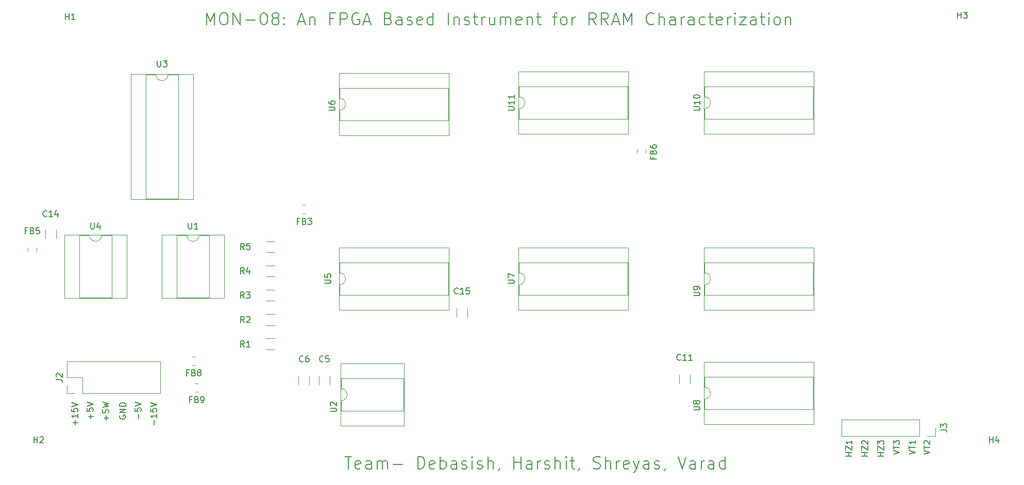
<source format=gbr>
%TF.GenerationSoftware,KiCad,Pcbnew,8.0.1*%
%TF.CreationDate,2024-04-03T15:50:24+05:30*%
%TF.ProjectId,FinalCircuit,46696e61-6c43-4697-9263-7569742e6b69,rev?*%
%TF.SameCoordinates,Original*%
%TF.FileFunction,Legend,Top*%
%TF.FilePolarity,Positive*%
%FSLAX46Y46*%
G04 Gerber Fmt 4.6, Leading zero omitted, Abs format (unit mm)*
G04 Created by KiCad (PCBNEW 8.0.1) date 2024-04-03 15:50:24*
%MOMM*%
%LPD*%
G01*
G04 APERTURE LIST*
%ADD10C,0.200000*%
%ADD11C,0.120000*%
G04 APERTURE END LIST*
D10*
X232867219Y-108630326D02*
X231867219Y-108630326D01*
X232343409Y-108630326D02*
X232343409Y-108058898D01*
X232867219Y-108058898D02*
X231867219Y-108058898D01*
X231867219Y-107677945D02*
X231867219Y-107011279D01*
X231867219Y-107011279D02*
X232867219Y-107677945D01*
X232867219Y-107677945D02*
X232867219Y-107011279D01*
X231867219Y-106725564D02*
X231867219Y-106106517D01*
X231867219Y-106106517D02*
X232248171Y-106439850D01*
X232248171Y-106439850D02*
X232248171Y-106296993D01*
X232248171Y-106296993D02*
X232295790Y-106201755D01*
X232295790Y-106201755D02*
X232343409Y-106154136D01*
X232343409Y-106154136D02*
X232438647Y-106106517D01*
X232438647Y-106106517D02*
X232676742Y-106106517D01*
X232676742Y-106106517D02*
X232771980Y-106154136D01*
X232771980Y-106154136D02*
X232819600Y-106201755D01*
X232819600Y-106201755D02*
X232867219Y-106296993D01*
X232867219Y-106296993D02*
X232867219Y-106582707D01*
X232867219Y-106582707D02*
X232819600Y-106677945D01*
X232819600Y-106677945D02*
X232771980Y-106725564D01*
X237067219Y-108373183D02*
X238067219Y-108039850D01*
X238067219Y-108039850D02*
X237067219Y-107706517D01*
X237067219Y-107516040D02*
X237067219Y-106944612D01*
X238067219Y-107230326D02*
X237067219Y-107230326D01*
X238067219Y-106087469D02*
X238067219Y-106658897D01*
X238067219Y-106373183D02*
X237067219Y-106373183D01*
X237067219Y-106373183D02*
X237210076Y-106468421D01*
X237210076Y-106468421D02*
X237305314Y-106563659D01*
X237305314Y-106563659D02*
X237352933Y-106658897D01*
X105150266Y-102754326D02*
X105150266Y-101992422D01*
X105531219Y-102373374D02*
X104769314Y-102373374D01*
X105483600Y-101563850D02*
X105531219Y-101420993D01*
X105531219Y-101420993D02*
X105531219Y-101182898D01*
X105531219Y-101182898D02*
X105483600Y-101087660D01*
X105483600Y-101087660D02*
X105435980Y-101040041D01*
X105435980Y-101040041D02*
X105340742Y-100992422D01*
X105340742Y-100992422D02*
X105245504Y-100992422D01*
X105245504Y-100992422D02*
X105150266Y-101040041D01*
X105150266Y-101040041D02*
X105102647Y-101087660D01*
X105102647Y-101087660D02*
X105055028Y-101182898D01*
X105055028Y-101182898D02*
X105007409Y-101373374D01*
X105007409Y-101373374D02*
X104959790Y-101468612D01*
X104959790Y-101468612D02*
X104912171Y-101516231D01*
X104912171Y-101516231D02*
X104816933Y-101563850D01*
X104816933Y-101563850D02*
X104721695Y-101563850D01*
X104721695Y-101563850D02*
X104626457Y-101516231D01*
X104626457Y-101516231D02*
X104578838Y-101468612D01*
X104578838Y-101468612D02*
X104531219Y-101373374D01*
X104531219Y-101373374D02*
X104531219Y-101135279D01*
X104531219Y-101135279D02*
X104578838Y-100992422D01*
X104531219Y-100659088D02*
X105531219Y-100420993D01*
X105531219Y-100420993D02*
X104816933Y-100230517D01*
X104816933Y-100230517D02*
X105531219Y-100040041D01*
X105531219Y-100040041D02*
X104531219Y-99801946D01*
X107372838Y-101976517D02*
X107325219Y-102071755D01*
X107325219Y-102071755D02*
X107325219Y-102214612D01*
X107325219Y-102214612D02*
X107372838Y-102357469D01*
X107372838Y-102357469D02*
X107468076Y-102452707D01*
X107468076Y-102452707D02*
X107563314Y-102500326D01*
X107563314Y-102500326D02*
X107753790Y-102547945D01*
X107753790Y-102547945D02*
X107896647Y-102547945D01*
X107896647Y-102547945D02*
X108087123Y-102500326D01*
X108087123Y-102500326D02*
X108182361Y-102452707D01*
X108182361Y-102452707D02*
X108277600Y-102357469D01*
X108277600Y-102357469D02*
X108325219Y-102214612D01*
X108325219Y-102214612D02*
X108325219Y-102119374D01*
X108325219Y-102119374D02*
X108277600Y-101976517D01*
X108277600Y-101976517D02*
X108229980Y-101928898D01*
X108229980Y-101928898D02*
X107896647Y-101928898D01*
X107896647Y-101928898D02*
X107896647Y-102119374D01*
X108325219Y-101500326D02*
X107325219Y-101500326D01*
X107325219Y-101500326D02*
X108325219Y-100928898D01*
X108325219Y-100928898D02*
X107325219Y-100928898D01*
X108325219Y-100452707D02*
X107325219Y-100452707D01*
X107325219Y-100452707D02*
X107325219Y-100214612D01*
X107325219Y-100214612D02*
X107372838Y-100071755D01*
X107372838Y-100071755D02*
X107468076Y-99976517D01*
X107468076Y-99976517D02*
X107563314Y-99928898D01*
X107563314Y-99928898D02*
X107753790Y-99881279D01*
X107753790Y-99881279D02*
X107896647Y-99881279D01*
X107896647Y-99881279D02*
X108087123Y-99928898D01*
X108087123Y-99928898D02*
X108182361Y-99976517D01*
X108182361Y-99976517D02*
X108277600Y-100071755D01*
X108277600Y-100071755D02*
X108325219Y-100214612D01*
X108325219Y-100214612D02*
X108325219Y-100452707D01*
X144322054Y-108744838D02*
X145464911Y-108744838D01*
X144893482Y-110744838D02*
X144893482Y-108744838D01*
X146893483Y-110649600D02*
X146703007Y-110744838D01*
X146703007Y-110744838D02*
X146322054Y-110744838D01*
X146322054Y-110744838D02*
X146131578Y-110649600D01*
X146131578Y-110649600D02*
X146036340Y-110459123D01*
X146036340Y-110459123D02*
X146036340Y-109697219D01*
X146036340Y-109697219D02*
X146131578Y-109506742D01*
X146131578Y-109506742D02*
X146322054Y-109411504D01*
X146322054Y-109411504D02*
X146703007Y-109411504D01*
X146703007Y-109411504D02*
X146893483Y-109506742D01*
X146893483Y-109506742D02*
X146988721Y-109697219D01*
X146988721Y-109697219D02*
X146988721Y-109887695D01*
X146988721Y-109887695D02*
X146036340Y-110078171D01*
X148703007Y-110744838D02*
X148703007Y-109697219D01*
X148703007Y-109697219D02*
X148607769Y-109506742D01*
X148607769Y-109506742D02*
X148417293Y-109411504D01*
X148417293Y-109411504D02*
X148036340Y-109411504D01*
X148036340Y-109411504D02*
X147845864Y-109506742D01*
X148703007Y-110649600D02*
X148512531Y-110744838D01*
X148512531Y-110744838D02*
X148036340Y-110744838D01*
X148036340Y-110744838D02*
X147845864Y-110649600D01*
X147845864Y-110649600D02*
X147750626Y-110459123D01*
X147750626Y-110459123D02*
X147750626Y-110268647D01*
X147750626Y-110268647D02*
X147845864Y-110078171D01*
X147845864Y-110078171D02*
X148036340Y-109982933D01*
X148036340Y-109982933D02*
X148512531Y-109982933D01*
X148512531Y-109982933D02*
X148703007Y-109887695D01*
X149655388Y-110744838D02*
X149655388Y-109411504D01*
X149655388Y-109601980D02*
X149750626Y-109506742D01*
X149750626Y-109506742D02*
X149941102Y-109411504D01*
X149941102Y-109411504D02*
X150226817Y-109411504D01*
X150226817Y-109411504D02*
X150417293Y-109506742D01*
X150417293Y-109506742D02*
X150512531Y-109697219D01*
X150512531Y-109697219D02*
X150512531Y-110744838D01*
X150512531Y-109697219D02*
X150607769Y-109506742D01*
X150607769Y-109506742D02*
X150798245Y-109411504D01*
X150798245Y-109411504D02*
X151083959Y-109411504D01*
X151083959Y-109411504D02*
X151274436Y-109506742D01*
X151274436Y-109506742D02*
X151369674Y-109697219D01*
X151369674Y-109697219D02*
X151369674Y-110744838D01*
X152322055Y-109982933D02*
X153845865Y-109982933D01*
X156322055Y-110744838D02*
X156322055Y-108744838D01*
X156322055Y-108744838D02*
X156798245Y-108744838D01*
X156798245Y-108744838D02*
X157083960Y-108840076D01*
X157083960Y-108840076D02*
X157274436Y-109030552D01*
X157274436Y-109030552D02*
X157369674Y-109221028D01*
X157369674Y-109221028D02*
X157464912Y-109601980D01*
X157464912Y-109601980D02*
X157464912Y-109887695D01*
X157464912Y-109887695D02*
X157369674Y-110268647D01*
X157369674Y-110268647D02*
X157274436Y-110459123D01*
X157274436Y-110459123D02*
X157083960Y-110649600D01*
X157083960Y-110649600D02*
X156798245Y-110744838D01*
X156798245Y-110744838D02*
X156322055Y-110744838D01*
X159083960Y-110649600D02*
X158893484Y-110744838D01*
X158893484Y-110744838D02*
X158512531Y-110744838D01*
X158512531Y-110744838D02*
X158322055Y-110649600D01*
X158322055Y-110649600D02*
X158226817Y-110459123D01*
X158226817Y-110459123D02*
X158226817Y-109697219D01*
X158226817Y-109697219D02*
X158322055Y-109506742D01*
X158322055Y-109506742D02*
X158512531Y-109411504D01*
X158512531Y-109411504D02*
X158893484Y-109411504D01*
X158893484Y-109411504D02*
X159083960Y-109506742D01*
X159083960Y-109506742D02*
X159179198Y-109697219D01*
X159179198Y-109697219D02*
X159179198Y-109887695D01*
X159179198Y-109887695D02*
X158226817Y-110078171D01*
X160036341Y-110744838D02*
X160036341Y-108744838D01*
X160036341Y-109506742D02*
X160226817Y-109411504D01*
X160226817Y-109411504D02*
X160607770Y-109411504D01*
X160607770Y-109411504D02*
X160798246Y-109506742D01*
X160798246Y-109506742D02*
X160893484Y-109601980D01*
X160893484Y-109601980D02*
X160988722Y-109792457D01*
X160988722Y-109792457D02*
X160988722Y-110363885D01*
X160988722Y-110363885D02*
X160893484Y-110554361D01*
X160893484Y-110554361D02*
X160798246Y-110649600D01*
X160798246Y-110649600D02*
X160607770Y-110744838D01*
X160607770Y-110744838D02*
X160226817Y-110744838D01*
X160226817Y-110744838D02*
X160036341Y-110649600D01*
X162703008Y-110744838D02*
X162703008Y-109697219D01*
X162703008Y-109697219D02*
X162607770Y-109506742D01*
X162607770Y-109506742D02*
X162417294Y-109411504D01*
X162417294Y-109411504D02*
X162036341Y-109411504D01*
X162036341Y-109411504D02*
X161845865Y-109506742D01*
X162703008Y-110649600D02*
X162512532Y-110744838D01*
X162512532Y-110744838D02*
X162036341Y-110744838D01*
X162036341Y-110744838D02*
X161845865Y-110649600D01*
X161845865Y-110649600D02*
X161750627Y-110459123D01*
X161750627Y-110459123D02*
X161750627Y-110268647D01*
X161750627Y-110268647D02*
X161845865Y-110078171D01*
X161845865Y-110078171D02*
X162036341Y-109982933D01*
X162036341Y-109982933D02*
X162512532Y-109982933D01*
X162512532Y-109982933D02*
X162703008Y-109887695D01*
X163560151Y-110649600D02*
X163750627Y-110744838D01*
X163750627Y-110744838D02*
X164131579Y-110744838D01*
X164131579Y-110744838D02*
X164322056Y-110649600D01*
X164322056Y-110649600D02*
X164417294Y-110459123D01*
X164417294Y-110459123D02*
X164417294Y-110363885D01*
X164417294Y-110363885D02*
X164322056Y-110173409D01*
X164322056Y-110173409D02*
X164131579Y-110078171D01*
X164131579Y-110078171D02*
X163845865Y-110078171D01*
X163845865Y-110078171D02*
X163655389Y-109982933D01*
X163655389Y-109982933D02*
X163560151Y-109792457D01*
X163560151Y-109792457D02*
X163560151Y-109697219D01*
X163560151Y-109697219D02*
X163655389Y-109506742D01*
X163655389Y-109506742D02*
X163845865Y-109411504D01*
X163845865Y-109411504D02*
X164131579Y-109411504D01*
X164131579Y-109411504D02*
X164322056Y-109506742D01*
X165274437Y-110744838D02*
X165274437Y-109411504D01*
X165274437Y-108744838D02*
X165179199Y-108840076D01*
X165179199Y-108840076D02*
X165274437Y-108935314D01*
X165274437Y-108935314D02*
X165369675Y-108840076D01*
X165369675Y-108840076D02*
X165274437Y-108744838D01*
X165274437Y-108744838D02*
X165274437Y-108935314D01*
X166131580Y-110649600D02*
X166322056Y-110744838D01*
X166322056Y-110744838D02*
X166703008Y-110744838D01*
X166703008Y-110744838D02*
X166893485Y-110649600D01*
X166893485Y-110649600D02*
X166988723Y-110459123D01*
X166988723Y-110459123D02*
X166988723Y-110363885D01*
X166988723Y-110363885D02*
X166893485Y-110173409D01*
X166893485Y-110173409D02*
X166703008Y-110078171D01*
X166703008Y-110078171D02*
X166417294Y-110078171D01*
X166417294Y-110078171D02*
X166226818Y-109982933D01*
X166226818Y-109982933D02*
X166131580Y-109792457D01*
X166131580Y-109792457D02*
X166131580Y-109697219D01*
X166131580Y-109697219D02*
X166226818Y-109506742D01*
X166226818Y-109506742D02*
X166417294Y-109411504D01*
X166417294Y-109411504D02*
X166703008Y-109411504D01*
X166703008Y-109411504D02*
X166893485Y-109506742D01*
X167845866Y-110744838D02*
X167845866Y-108744838D01*
X168703009Y-110744838D02*
X168703009Y-109697219D01*
X168703009Y-109697219D02*
X168607771Y-109506742D01*
X168607771Y-109506742D02*
X168417295Y-109411504D01*
X168417295Y-109411504D02*
X168131580Y-109411504D01*
X168131580Y-109411504D02*
X167941104Y-109506742D01*
X167941104Y-109506742D02*
X167845866Y-109601980D01*
X169750628Y-110649600D02*
X169750628Y-110744838D01*
X169750628Y-110744838D02*
X169655390Y-110935314D01*
X169655390Y-110935314D02*
X169560152Y-111030552D01*
X172131581Y-110744838D02*
X172131581Y-108744838D01*
X172131581Y-109697219D02*
X173274438Y-109697219D01*
X173274438Y-110744838D02*
X173274438Y-108744838D01*
X175083962Y-110744838D02*
X175083962Y-109697219D01*
X175083962Y-109697219D02*
X174988724Y-109506742D01*
X174988724Y-109506742D02*
X174798248Y-109411504D01*
X174798248Y-109411504D02*
X174417295Y-109411504D01*
X174417295Y-109411504D02*
X174226819Y-109506742D01*
X175083962Y-110649600D02*
X174893486Y-110744838D01*
X174893486Y-110744838D02*
X174417295Y-110744838D01*
X174417295Y-110744838D02*
X174226819Y-110649600D01*
X174226819Y-110649600D02*
X174131581Y-110459123D01*
X174131581Y-110459123D02*
X174131581Y-110268647D01*
X174131581Y-110268647D02*
X174226819Y-110078171D01*
X174226819Y-110078171D02*
X174417295Y-109982933D01*
X174417295Y-109982933D02*
X174893486Y-109982933D01*
X174893486Y-109982933D02*
X175083962Y-109887695D01*
X176036343Y-110744838D02*
X176036343Y-109411504D01*
X176036343Y-109792457D02*
X176131581Y-109601980D01*
X176131581Y-109601980D02*
X176226819Y-109506742D01*
X176226819Y-109506742D02*
X176417295Y-109411504D01*
X176417295Y-109411504D02*
X176607772Y-109411504D01*
X177179200Y-110649600D02*
X177369676Y-110744838D01*
X177369676Y-110744838D02*
X177750628Y-110744838D01*
X177750628Y-110744838D02*
X177941105Y-110649600D01*
X177941105Y-110649600D02*
X178036343Y-110459123D01*
X178036343Y-110459123D02*
X178036343Y-110363885D01*
X178036343Y-110363885D02*
X177941105Y-110173409D01*
X177941105Y-110173409D02*
X177750628Y-110078171D01*
X177750628Y-110078171D02*
X177464914Y-110078171D01*
X177464914Y-110078171D02*
X177274438Y-109982933D01*
X177274438Y-109982933D02*
X177179200Y-109792457D01*
X177179200Y-109792457D02*
X177179200Y-109697219D01*
X177179200Y-109697219D02*
X177274438Y-109506742D01*
X177274438Y-109506742D02*
X177464914Y-109411504D01*
X177464914Y-109411504D02*
X177750628Y-109411504D01*
X177750628Y-109411504D02*
X177941105Y-109506742D01*
X178893486Y-110744838D02*
X178893486Y-108744838D01*
X179750629Y-110744838D02*
X179750629Y-109697219D01*
X179750629Y-109697219D02*
X179655391Y-109506742D01*
X179655391Y-109506742D02*
X179464915Y-109411504D01*
X179464915Y-109411504D02*
X179179200Y-109411504D01*
X179179200Y-109411504D02*
X178988724Y-109506742D01*
X178988724Y-109506742D02*
X178893486Y-109601980D01*
X180703010Y-110744838D02*
X180703010Y-109411504D01*
X180703010Y-108744838D02*
X180607772Y-108840076D01*
X180607772Y-108840076D02*
X180703010Y-108935314D01*
X180703010Y-108935314D02*
X180798248Y-108840076D01*
X180798248Y-108840076D02*
X180703010Y-108744838D01*
X180703010Y-108744838D02*
X180703010Y-108935314D01*
X181369677Y-109411504D02*
X182131581Y-109411504D01*
X181655391Y-108744838D02*
X181655391Y-110459123D01*
X181655391Y-110459123D02*
X181750629Y-110649600D01*
X181750629Y-110649600D02*
X181941105Y-110744838D01*
X181941105Y-110744838D02*
X182131581Y-110744838D01*
X182893486Y-110649600D02*
X182893486Y-110744838D01*
X182893486Y-110744838D02*
X182798248Y-110935314D01*
X182798248Y-110935314D02*
X182703010Y-111030552D01*
X185179201Y-110649600D02*
X185464915Y-110744838D01*
X185464915Y-110744838D02*
X185941106Y-110744838D01*
X185941106Y-110744838D02*
X186131582Y-110649600D01*
X186131582Y-110649600D02*
X186226820Y-110554361D01*
X186226820Y-110554361D02*
X186322058Y-110363885D01*
X186322058Y-110363885D02*
X186322058Y-110173409D01*
X186322058Y-110173409D02*
X186226820Y-109982933D01*
X186226820Y-109982933D02*
X186131582Y-109887695D01*
X186131582Y-109887695D02*
X185941106Y-109792457D01*
X185941106Y-109792457D02*
X185560153Y-109697219D01*
X185560153Y-109697219D02*
X185369677Y-109601980D01*
X185369677Y-109601980D02*
X185274439Y-109506742D01*
X185274439Y-109506742D02*
X185179201Y-109316266D01*
X185179201Y-109316266D02*
X185179201Y-109125790D01*
X185179201Y-109125790D02*
X185274439Y-108935314D01*
X185274439Y-108935314D02*
X185369677Y-108840076D01*
X185369677Y-108840076D02*
X185560153Y-108744838D01*
X185560153Y-108744838D02*
X186036344Y-108744838D01*
X186036344Y-108744838D02*
X186322058Y-108840076D01*
X187179201Y-110744838D02*
X187179201Y-108744838D01*
X188036344Y-110744838D02*
X188036344Y-109697219D01*
X188036344Y-109697219D02*
X187941106Y-109506742D01*
X187941106Y-109506742D02*
X187750630Y-109411504D01*
X187750630Y-109411504D02*
X187464915Y-109411504D01*
X187464915Y-109411504D02*
X187274439Y-109506742D01*
X187274439Y-109506742D02*
X187179201Y-109601980D01*
X188988725Y-110744838D02*
X188988725Y-109411504D01*
X188988725Y-109792457D02*
X189083963Y-109601980D01*
X189083963Y-109601980D02*
X189179201Y-109506742D01*
X189179201Y-109506742D02*
X189369677Y-109411504D01*
X189369677Y-109411504D02*
X189560154Y-109411504D01*
X190988725Y-110649600D02*
X190798249Y-110744838D01*
X190798249Y-110744838D02*
X190417296Y-110744838D01*
X190417296Y-110744838D02*
X190226820Y-110649600D01*
X190226820Y-110649600D02*
X190131582Y-110459123D01*
X190131582Y-110459123D02*
X190131582Y-109697219D01*
X190131582Y-109697219D02*
X190226820Y-109506742D01*
X190226820Y-109506742D02*
X190417296Y-109411504D01*
X190417296Y-109411504D02*
X190798249Y-109411504D01*
X190798249Y-109411504D02*
X190988725Y-109506742D01*
X190988725Y-109506742D02*
X191083963Y-109697219D01*
X191083963Y-109697219D02*
X191083963Y-109887695D01*
X191083963Y-109887695D02*
X190131582Y-110078171D01*
X191750630Y-109411504D02*
X192226820Y-110744838D01*
X192703011Y-109411504D02*
X192226820Y-110744838D01*
X192226820Y-110744838D02*
X192036344Y-111221028D01*
X192036344Y-111221028D02*
X191941106Y-111316266D01*
X191941106Y-111316266D02*
X191750630Y-111411504D01*
X194322059Y-110744838D02*
X194322059Y-109697219D01*
X194322059Y-109697219D02*
X194226821Y-109506742D01*
X194226821Y-109506742D02*
X194036345Y-109411504D01*
X194036345Y-109411504D02*
X193655392Y-109411504D01*
X193655392Y-109411504D02*
X193464916Y-109506742D01*
X194322059Y-110649600D02*
X194131583Y-110744838D01*
X194131583Y-110744838D02*
X193655392Y-110744838D01*
X193655392Y-110744838D02*
X193464916Y-110649600D01*
X193464916Y-110649600D02*
X193369678Y-110459123D01*
X193369678Y-110459123D02*
X193369678Y-110268647D01*
X193369678Y-110268647D02*
X193464916Y-110078171D01*
X193464916Y-110078171D02*
X193655392Y-109982933D01*
X193655392Y-109982933D02*
X194131583Y-109982933D01*
X194131583Y-109982933D02*
X194322059Y-109887695D01*
X195179202Y-110649600D02*
X195369678Y-110744838D01*
X195369678Y-110744838D02*
X195750630Y-110744838D01*
X195750630Y-110744838D02*
X195941107Y-110649600D01*
X195941107Y-110649600D02*
X196036345Y-110459123D01*
X196036345Y-110459123D02*
X196036345Y-110363885D01*
X196036345Y-110363885D02*
X195941107Y-110173409D01*
X195941107Y-110173409D02*
X195750630Y-110078171D01*
X195750630Y-110078171D02*
X195464916Y-110078171D01*
X195464916Y-110078171D02*
X195274440Y-109982933D01*
X195274440Y-109982933D02*
X195179202Y-109792457D01*
X195179202Y-109792457D02*
X195179202Y-109697219D01*
X195179202Y-109697219D02*
X195274440Y-109506742D01*
X195274440Y-109506742D02*
X195464916Y-109411504D01*
X195464916Y-109411504D02*
X195750630Y-109411504D01*
X195750630Y-109411504D02*
X195941107Y-109506742D01*
X196988726Y-110649600D02*
X196988726Y-110744838D01*
X196988726Y-110744838D02*
X196893488Y-110935314D01*
X196893488Y-110935314D02*
X196798250Y-111030552D01*
X199083965Y-108744838D02*
X199750631Y-110744838D01*
X199750631Y-110744838D02*
X200417298Y-108744838D01*
X201941108Y-110744838D02*
X201941108Y-109697219D01*
X201941108Y-109697219D02*
X201845870Y-109506742D01*
X201845870Y-109506742D02*
X201655394Y-109411504D01*
X201655394Y-109411504D02*
X201274441Y-109411504D01*
X201274441Y-109411504D02*
X201083965Y-109506742D01*
X201941108Y-110649600D02*
X201750632Y-110744838D01*
X201750632Y-110744838D02*
X201274441Y-110744838D01*
X201274441Y-110744838D02*
X201083965Y-110649600D01*
X201083965Y-110649600D02*
X200988727Y-110459123D01*
X200988727Y-110459123D02*
X200988727Y-110268647D01*
X200988727Y-110268647D02*
X201083965Y-110078171D01*
X201083965Y-110078171D02*
X201274441Y-109982933D01*
X201274441Y-109982933D02*
X201750632Y-109982933D01*
X201750632Y-109982933D02*
X201941108Y-109887695D01*
X202893489Y-110744838D02*
X202893489Y-109411504D01*
X202893489Y-109792457D02*
X202988727Y-109601980D01*
X202988727Y-109601980D02*
X203083965Y-109506742D01*
X203083965Y-109506742D02*
X203274441Y-109411504D01*
X203274441Y-109411504D02*
X203464918Y-109411504D01*
X204988727Y-110744838D02*
X204988727Y-109697219D01*
X204988727Y-109697219D02*
X204893489Y-109506742D01*
X204893489Y-109506742D02*
X204703013Y-109411504D01*
X204703013Y-109411504D02*
X204322060Y-109411504D01*
X204322060Y-109411504D02*
X204131584Y-109506742D01*
X204988727Y-110649600D02*
X204798251Y-110744838D01*
X204798251Y-110744838D02*
X204322060Y-110744838D01*
X204322060Y-110744838D02*
X204131584Y-110649600D01*
X204131584Y-110649600D02*
X204036346Y-110459123D01*
X204036346Y-110459123D02*
X204036346Y-110268647D01*
X204036346Y-110268647D02*
X204131584Y-110078171D01*
X204131584Y-110078171D02*
X204322060Y-109982933D01*
X204322060Y-109982933D02*
X204798251Y-109982933D01*
X204798251Y-109982933D02*
X204988727Y-109887695D01*
X206798251Y-110744838D02*
X206798251Y-108744838D01*
X206798251Y-110649600D02*
X206607775Y-110744838D01*
X206607775Y-110744838D02*
X206226822Y-110744838D01*
X206226822Y-110744838D02*
X206036346Y-110649600D01*
X206036346Y-110649600D02*
X205941108Y-110554361D01*
X205941108Y-110554361D02*
X205845870Y-110363885D01*
X205845870Y-110363885D02*
X205845870Y-109792457D01*
X205845870Y-109792457D02*
X205941108Y-109601980D01*
X205941108Y-109601980D02*
X206036346Y-109506742D01*
X206036346Y-109506742D02*
X206226822Y-109411504D01*
X206226822Y-109411504D02*
X206607775Y-109411504D01*
X206607775Y-109411504D02*
X206798251Y-109506742D01*
X234467219Y-108373183D02*
X235467219Y-108039850D01*
X235467219Y-108039850D02*
X234467219Y-107706517D01*
X234467219Y-107516040D02*
X234467219Y-106944612D01*
X235467219Y-107230326D02*
X234467219Y-107230326D01*
X234467219Y-106706516D02*
X234467219Y-106087469D01*
X234467219Y-106087469D02*
X234848171Y-106420802D01*
X234848171Y-106420802D02*
X234848171Y-106277945D01*
X234848171Y-106277945D02*
X234895790Y-106182707D01*
X234895790Y-106182707D02*
X234943409Y-106135088D01*
X234943409Y-106135088D02*
X235038647Y-106087469D01*
X235038647Y-106087469D02*
X235276742Y-106087469D01*
X235276742Y-106087469D02*
X235371980Y-106135088D01*
X235371980Y-106135088D02*
X235419600Y-106182707D01*
X235419600Y-106182707D02*
X235467219Y-106277945D01*
X235467219Y-106277945D02*
X235467219Y-106563659D01*
X235467219Y-106563659D02*
X235419600Y-106658897D01*
X235419600Y-106658897D02*
X235371980Y-106706516D01*
X227667219Y-108630326D02*
X226667219Y-108630326D01*
X227143409Y-108630326D02*
X227143409Y-108058898D01*
X227667219Y-108058898D02*
X226667219Y-108058898D01*
X226667219Y-107677945D02*
X226667219Y-107011279D01*
X226667219Y-107011279D02*
X227667219Y-107677945D01*
X227667219Y-107677945D02*
X227667219Y-107011279D01*
X227667219Y-106106517D02*
X227667219Y-106677945D01*
X227667219Y-106392231D02*
X226667219Y-106392231D01*
X226667219Y-106392231D02*
X226810076Y-106487469D01*
X226810076Y-106487469D02*
X226905314Y-106582707D01*
X226905314Y-106582707D02*
X226952933Y-106677945D01*
X113024266Y-103521326D02*
X113024266Y-102759422D01*
X113405219Y-101759422D02*
X113405219Y-102330850D01*
X113405219Y-102045136D02*
X112405219Y-102045136D01*
X112405219Y-102045136D02*
X112548076Y-102140374D01*
X112548076Y-102140374D02*
X112643314Y-102235612D01*
X112643314Y-102235612D02*
X112690933Y-102330850D01*
X112405219Y-100854660D02*
X112405219Y-101330850D01*
X112405219Y-101330850D02*
X112881409Y-101378469D01*
X112881409Y-101378469D02*
X112833790Y-101330850D01*
X112833790Y-101330850D02*
X112786171Y-101235612D01*
X112786171Y-101235612D02*
X112786171Y-100997517D01*
X112786171Y-100997517D02*
X112833790Y-100902279D01*
X112833790Y-100902279D02*
X112881409Y-100854660D01*
X112881409Y-100854660D02*
X112976647Y-100807041D01*
X112976647Y-100807041D02*
X113214742Y-100807041D01*
X113214742Y-100807041D02*
X113309980Y-100854660D01*
X113309980Y-100854660D02*
X113357600Y-100902279D01*
X113357600Y-100902279D02*
X113405219Y-100997517D01*
X113405219Y-100997517D02*
X113405219Y-101235612D01*
X113405219Y-101235612D02*
X113357600Y-101330850D01*
X113357600Y-101330850D02*
X113309980Y-101378469D01*
X112405219Y-100521326D02*
X113405219Y-100187993D01*
X113405219Y-100187993D02*
X112405219Y-99854660D01*
X100075266Y-103521326D02*
X100075266Y-102759422D01*
X100456219Y-103140374D02*
X99694314Y-103140374D01*
X100456219Y-101759422D02*
X100456219Y-102330850D01*
X100456219Y-102045136D02*
X99456219Y-102045136D01*
X99456219Y-102045136D02*
X99599076Y-102140374D01*
X99599076Y-102140374D02*
X99694314Y-102235612D01*
X99694314Y-102235612D02*
X99741933Y-102330850D01*
X99456219Y-100854660D02*
X99456219Y-101330850D01*
X99456219Y-101330850D02*
X99932409Y-101378469D01*
X99932409Y-101378469D02*
X99884790Y-101330850D01*
X99884790Y-101330850D02*
X99837171Y-101235612D01*
X99837171Y-101235612D02*
X99837171Y-100997517D01*
X99837171Y-100997517D02*
X99884790Y-100902279D01*
X99884790Y-100902279D02*
X99932409Y-100854660D01*
X99932409Y-100854660D02*
X100027647Y-100807041D01*
X100027647Y-100807041D02*
X100265742Y-100807041D01*
X100265742Y-100807041D02*
X100360980Y-100854660D01*
X100360980Y-100854660D02*
X100408600Y-100902279D01*
X100408600Y-100902279D02*
X100456219Y-100997517D01*
X100456219Y-100997517D02*
X100456219Y-101235612D01*
X100456219Y-101235612D02*
X100408600Y-101330850D01*
X100408600Y-101330850D02*
X100360980Y-101378469D01*
X99456219Y-100521326D02*
X100456219Y-100187993D01*
X100456219Y-100187993D02*
X99456219Y-99854660D01*
X110484266Y-102500326D02*
X110484266Y-101738422D01*
X109865219Y-100786041D02*
X109865219Y-101262231D01*
X109865219Y-101262231D02*
X110341409Y-101309850D01*
X110341409Y-101309850D02*
X110293790Y-101262231D01*
X110293790Y-101262231D02*
X110246171Y-101166993D01*
X110246171Y-101166993D02*
X110246171Y-100928898D01*
X110246171Y-100928898D02*
X110293790Y-100833660D01*
X110293790Y-100833660D02*
X110341409Y-100786041D01*
X110341409Y-100786041D02*
X110436647Y-100738422D01*
X110436647Y-100738422D02*
X110674742Y-100738422D01*
X110674742Y-100738422D02*
X110769980Y-100786041D01*
X110769980Y-100786041D02*
X110817600Y-100833660D01*
X110817600Y-100833660D02*
X110865219Y-100928898D01*
X110865219Y-100928898D02*
X110865219Y-101166993D01*
X110865219Y-101166993D02*
X110817600Y-101262231D01*
X110817600Y-101262231D02*
X110769980Y-101309850D01*
X109865219Y-100452707D02*
X110865219Y-100119374D01*
X110865219Y-100119374D02*
X109865219Y-99786041D01*
X230267219Y-108630326D02*
X229267219Y-108630326D01*
X229743409Y-108630326D02*
X229743409Y-108058898D01*
X230267219Y-108058898D02*
X229267219Y-108058898D01*
X229267219Y-107677945D02*
X229267219Y-107011279D01*
X229267219Y-107011279D02*
X230267219Y-107677945D01*
X230267219Y-107677945D02*
X230267219Y-107011279D01*
X229362457Y-106677945D02*
X229314838Y-106630326D01*
X229314838Y-106630326D02*
X229267219Y-106535088D01*
X229267219Y-106535088D02*
X229267219Y-106296993D01*
X229267219Y-106296993D02*
X229314838Y-106201755D01*
X229314838Y-106201755D02*
X229362457Y-106154136D01*
X229362457Y-106154136D02*
X229457695Y-106106517D01*
X229457695Y-106106517D02*
X229552933Y-106106517D01*
X229552933Y-106106517D02*
X229695790Y-106154136D01*
X229695790Y-106154136D02*
X230267219Y-106725564D01*
X230267219Y-106725564D02*
X230267219Y-106106517D01*
X239467219Y-108373183D02*
X240467219Y-108039850D01*
X240467219Y-108039850D02*
X239467219Y-107706517D01*
X239467219Y-107516040D02*
X239467219Y-106944612D01*
X240467219Y-107230326D02*
X239467219Y-107230326D01*
X239562457Y-106658897D02*
X239514838Y-106611278D01*
X239514838Y-106611278D02*
X239467219Y-106516040D01*
X239467219Y-106516040D02*
X239467219Y-106277945D01*
X239467219Y-106277945D02*
X239514838Y-106182707D01*
X239514838Y-106182707D02*
X239562457Y-106135088D01*
X239562457Y-106135088D02*
X239657695Y-106087469D01*
X239657695Y-106087469D02*
X239752933Y-106087469D01*
X239752933Y-106087469D02*
X239895790Y-106135088D01*
X239895790Y-106135088D02*
X240467219Y-106706516D01*
X240467219Y-106706516D02*
X240467219Y-106087469D01*
X121607768Y-37744838D02*
X121607768Y-35744838D01*
X121607768Y-35744838D02*
X122274435Y-37173409D01*
X122274435Y-37173409D02*
X122941101Y-35744838D01*
X122941101Y-35744838D02*
X122941101Y-37744838D01*
X124274434Y-35744838D02*
X124655387Y-35744838D01*
X124655387Y-35744838D02*
X124845863Y-35840076D01*
X124845863Y-35840076D02*
X125036339Y-36030552D01*
X125036339Y-36030552D02*
X125131577Y-36411504D01*
X125131577Y-36411504D02*
X125131577Y-37078171D01*
X125131577Y-37078171D02*
X125036339Y-37459123D01*
X125036339Y-37459123D02*
X124845863Y-37649600D01*
X124845863Y-37649600D02*
X124655387Y-37744838D01*
X124655387Y-37744838D02*
X124274434Y-37744838D01*
X124274434Y-37744838D02*
X124083958Y-37649600D01*
X124083958Y-37649600D02*
X123893482Y-37459123D01*
X123893482Y-37459123D02*
X123798244Y-37078171D01*
X123798244Y-37078171D02*
X123798244Y-36411504D01*
X123798244Y-36411504D02*
X123893482Y-36030552D01*
X123893482Y-36030552D02*
X124083958Y-35840076D01*
X124083958Y-35840076D02*
X124274434Y-35744838D01*
X125988720Y-37744838D02*
X125988720Y-35744838D01*
X125988720Y-35744838D02*
X127131577Y-37744838D01*
X127131577Y-37744838D02*
X127131577Y-35744838D01*
X128083958Y-36982933D02*
X129607768Y-36982933D01*
X130941100Y-35744838D02*
X131131577Y-35744838D01*
X131131577Y-35744838D02*
X131322053Y-35840076D01*
X131322053Y-35840076D02*
X131417291Y-35935314D01*
X131417291Y-35935314D02*
X131512529Y-36125790D01*
X131512529Y-36125790D02*
X131607767Y-36506742D01*
X131607767Y-36506742D02*
X131607767Y-36982933D01*
X131607767Y-36982933D02*
X131512529Y-37363885D01*
X131512529Y-37363885D02*
X131417291Y-37554361D01*
X131417291Y-37554361D02*
X131322053Y-37649600D01*
X131322053Y-37649600D02*
X131131577Y-37744838D01*
X131131577Y-37744838D02*
X130941100Y-37744838D01*
X130941100Y-37744838D02*
X130750624Y-37649600D01*
X130750624Y-37649600D02*
X130655386Y-37554361D01*
X130655386Y-37554361D02*
X130560148Y-37363885D01*
X130560148Y-37363885D02*
X130464910Y-36982933D01*
X130464910Y-36982933D02*
X130464910Y-36506742D01*
X130464910Y-36506742D02*
X130560148Y-36125790D01*
X130560148Y-36125790D02*
X130655386Y-35935314D01*
X130655386Y-35935314D02*
X130750624Y-35840076D01*
X130750624Y-35840076D02*
X130941100Y-35744838D01*
X132750624Y-36601980D02*
X132560148Y-36506742D01*
X132560148Y-36506742D02*
X132464910Y-36411504D01*
X132464910Y-36411504D02*
X132369672Y-36221028D01*
X132369672Y-36221028D02*
X132369672Y-36125790D01*
X132369672Y-36125790D02*
X132464910Y-35935314D01*
X132464910Y-35935314D02*
X132560148Y-35840076D01*
X132560148Y-35840076D02*
X132750624Y-35744838D01*
X132750624Y-35744838D02*
X133131577Y-35744838D01*
X133131577Y-35744838D02*
X133322053Y-35840076D01*
X133322053Y-35840076D02*
X133417291Y-35935314D01*
X133417291Y-35935314D02*
X133512529Y-36125790D01*
X133512529Y-36125790D02*
X133512529Y-36221028D01*
X133512529Y-36221028D02*
X133417291Y-36411504D01*
X133417291Y-36411504D02*
X133322053Y-36506742D01*
X133322053Y-36506742D02*
X133131577Y-36601980D01*
X133131577Y-36601980D02*
X132750624Y-36601980D01*
X132750624Y-36601980D02*
X132560148Y-36697219D01*
X132560148Y-36697219D02*
X132464910Y-36792457D01*
X132464910Y-36792457D02*
X132369672Y-36982933D01*
X132369672Y-36982933D02*
X132369672Y-37363885D01*
X132369672Y-37363885D02*
X132464910Y-37554361D01*
X132464910Y-37554361D02*
X132560148Y-37649600D01*
X132560148Y-37649600D02*
X132750624Y-37744838D01*
X132750624Y-37744838D02*
X133131577Y-37744838D01*
X133131577Y-37744838D02*
X133322053Y-37649600D01*
X133322053Y-37649600D02*
X133417291Y-37554361D01*
X133417291Y-37554361D02*
X133512529Y-37363885D01*
X133512529Y-37363885D02*
X133512529Y-36982933D01*
X133512529Y-36982933D02*
X133417291Y-36792457D01*
X133417291Y-36792457D02*
X133322053Y-36697219D01*
X133322053Y-36697219D02*
X133131577Y-36601980D01*
X134369672Y-37554361D02*
X134464910Y-37649600D01*
X134464910Y-37649600D02*
X134369672Y-37744838D01*
X134369672Y-37744838D02*
X134274434Y-37649600D01*
X134274434Y-37649600D02*
X134369672Y-37554361D01*
X134369672Y-37554361D02*
X134369672Y-37744838D01*
X134369672Y-36506742D02*
X134464910Y-36601980D01*
X134464910Y-36601980D02*
X134369672Y-36697219D01*
X134369672Y-36697219D02*
X134274434Y-36601980D01*
X134274434Y-36601980D02*
X134369672Y-36506742D01*
X134369672Y-36506742D02*
X134369672Y-36697219D01*
X136750625Y-37173409D02*
X137703006Y-37173409D01*
X136560149Y-37744838D02*
X137226815Y-35744838D01*
X137226815Y-35744838D02*
X137893482Y-37744838D01*
X138560149Y-36411504D02*
X138560149Y-37744838D01*
X138560149Y-36601980D02*
X138655387Y-36506742D01*
X138655387Y-36506742D02*
X138845863Y-36411504D01*
X138845863Y-36411504D02*
X139131578Y-36411504D01*
X139131578Y-36411504D02*
X139322054Y-36506742D01*
X139322054Y-36506742D02*
X139417292Y-36697219D01*
X139417292Y-36697219D02*
X139417292Y-37744838D01*
X142560150Y-36697219D02*
X141893483Y-36697219D01*
X141893483Y-37744838D02*
X141893483Y-35744838D01*
X141893483Y-35744838D02*
X142845864Y-35744838D01*
X143607769Y-37744838D02*
X143607769Y-35744838D01*
X143607769Y-35744838D02*
X144369674Y-35744838D01*
X144369674Y-35744838D02*
X144560150Y-35840076D01*
X144560150Y-35840076D02*
X144655388Y-35935314D01*
X144655388Y-35935314D02*
X144750626Y-36125790D01*
X144750626Y-36125790D02*
X144750626Y-36411504D01*
X144750626Y-36411504D02*
X144655388Y-36601980D01*
X144655388Y-36601980D02*
X144560150Y-36697219D01*
X144560150Y-36697219D02*
X144369674Y-36792457D01*
X144369674Y-36792457D02*
X143607769Y-36792457D01*
X146655388Y-35840076D02*
X146464912Y-35744838D01*
X146464912Y-35744838D02*
X146179198Y-35744838D01*
X146179198Y-35744838D02*
X145893483Y-35840076D01*
X145893483Y-35840076D02*
X145703007Y-36030552D01*
X145703007Y-36030552D02*
X145607769Y-36221028D01*
X145607769Y-36221028D02*
X145512531Y-36601980D01*
X145512531Y-36601980D02*
X145512531Y-36887695D01*
X145512531Y-36887695D02*
X145607769Y-37268647D01*
X145607769Y-37268647D02*
X145703007Y-37459123D01*
X145703007Y-37459123D02*
X145893483Y-37649600D01*
X145893483Y-37649600D02*
X146179198Y-37744838D01*
X146179198Y-37744838D02*
X146369674Y-37744838D01*
X146369674Y-37744838D02*
X146655388Y-37649600D01*
X146655388Y-37649600D02*
X146750626Y-37554361D01*
X146750626Y-37554361D02*
X146750626Y-36887695D01*
X146750626Y-36887695D02*
X146369674Y-36887695D01*
X147512531Y-37173409D02*
X148464912Y-37173409D01*
X147322055Y-37744838D02*
X147988721Y-35744838D01*
X147988721Y-35744838D02*
X148655388Y-37744838D01*
X151512532Y-36697219D02*
X151798246Y-36792457D01*
X151798246Y-36792457D02*
X151893484Y-36887695D01*
X151893484Y-36887695D02*
X151988722Y-37078171D01*
X151988722Y-37078171D02*
X151988722Y-37363885D01*
X151988722Y-37363885D02*
X151893484Y-37554361D01*
X151893484Y-37554361D02*
X151798246Y-37649600D01*
X151798246Y-37649600D02*
X151607770Y-37744838D01*
X151607770Y-37744838D02*
X150845865Y-37744838D01*
X150845865Y-37744838D02*
X150845865Y-35744838D01*
X150845865Y-35744838D02*
X151512532Y-35744838D01*
X151512532Y-35744838D02*
X151703008Y-35840076D01*
X151703008Y-35840076D02*
X151798246Y-35935314D01*
X151798246Y-35935314D02*
X151893484Y-36125790D01*
X151893484Y-36125790D02*
X151893484Y-36316266D01*
X151893484Y-36316266D02*
X151798246Y-36506742D01*
X151798246Y-36506742D02*
X151703008Y-36601980D01*
X151703008Y-36601980D02*
X151512532Y-36697219D01*
X151512532Y-36697219D02*
X150845865Y-36697219D01*
X153703008Y-37744838D02*
X153703008Y-36697219D01*
X153703008Y-36697219D02*
X153607770Y-36506742D01*
X153607770Y-36506742D02*
X153417294Y-36411504D01*
X153417294Y-36411504D02*
X153036341Y-36411504D01*
X153036341Y-36411504D02*
X152845865Y-36506742D01*
X153703008Y-37649600D02*
X153512532Y-37744838D01*
X153512532Y-37744838D02*
X153036341Y-37744838D01*
X153036341Y-37744838D02*
X152845865Y-37649600D01*
X152845865Y-37649600D02*
X152750627Y-37459123D01*
X152750627Y-37459123D02*
X152750627Y-37268647D01*
X152750627Y-37268647D02*
X152845865Y-37078171D01*
X152845865Y-37078171D02*
X153036341Y-36982933D01*
X153036341Y-36982933D02*
X153512532Y-36982933D01*
X153512532Y-36982933D02*
X153703008Y-36887695D01*
X154560151Y-37649600D02*
X154750627Y-37744838D01*
X154750627Y-37744838D02*
X155131579Y-37744838D01*
X155131579Y-37744838D02*
X155322056Y-37649600D01*
X155322056Y-37649600D02*
X155417294Y-37459123D01*
X155417294Y-37459123D02*
X155417294Y-37363885D01*
X155417294Y-37363885D02*
X155322056Y-37173409D01*
X155322056Y-37173409D02*
X155131579Y-37078171D01*
X155131579Y-37078171D02*
X154845865Y-37078171D01*
X154845865Y-37078171D02*
X154655389Y-36982933D01*
X154655389Y-36982933D02*
X154560151Y-36792457D01*
X154560151Y-36792457D02*
X154560151Y-36697219D01*
X154560151Y-36697219D02*
X154655389Y-36506742D01*
X154655389Y-36506742D02*
X154845865Y-36411504D01*
X154845865Y-36411504D02*
X155131579Y-36411504D01*
X155131579Y-36411504D02*
X155322056Y-36506742D01*
X157036342Y-37649600D02*
X156845866Y-37744838D01*
X156845866Y-37744838D02*
X156464913Y-37744838D01*
X156464913Y-37744838D02*
X156274437Y-37649600D01*
X156274437Y-37649600D02*
X156179199Y-37459123D01*
X156179199Y-37459123D02*
X156179199Y-36697219D01*
X156179199Y-36697219D02*
X156274437Y-36506742D01*
X156274437Y-36506742D02*
X156464913Y-36411504D01*
X156464913Y-36411504D02*
X156845866Y-36411504D01*
X156845866Y-36411504D02*
X157036342Y-36506742D01*
X157036342Y-36506742D02*
X157131580Y-36697219D01*
X157131580Y-36697219D02*
X157131580Y-36887695D01*
X157131580Y-36887695D02*
X156179199Y-37078171D01*
X158845866Y-37744838D02*
X158845866Y-35744838D01*
X158845866Y-37649600D02*
X158655390Y-37744838D01*
X158655390Y-37744838D02*
X158274437Y-37744838D01*
X158274437Y-37744838D02*
X158083961Y-37649600D01*
X158083961Y-37649600D02*
X157988723Y-37554361D01*
X157988723Y-37554361D02*
X157893485Y-37363885D01*
X157893485Y-37363885D02*
X157893485Y-36792457D01*
X157893485Y-36792457D02*
X157988723Y-36601980D01*
X157988723Y-36601980D02*
X158083961Y-36506742D01*
X158083961Y-36506742D02*
X158274437Y-36411504D01*
X158274437Y-36411504D02*
X158655390Y-36411504D01*
X158655390Y-36411504D02*
X158845866Y-36506742D01*
X161322057Y-37744838D02*
X161322057Y-35744838D01*
X162274438Y-36411504D02*
X162274438Y-37744838D01*
X162274438Y-36601980D02*
X162369676Y-36506742D01*
X162369676Y-36506742D02*
X162560152Y-36411504D01*
X162560152Y-36411504D02*
X162845867Y-36411504D01*
X162845867Y-36411504D02*
X163036343Y-36506742D01*
X163036343Y-36506742D02*
X163131581Y-36697219D01*
X163131581Y-36697219D02*
X163131581Y-37744838D01*
X163988724Y-37649600D02*
X164179200Y-37744838D01*
X164179200Y-37744838D02*
X164560152Y-37744838D01*
X164560152Y-37744838D02*
X164750629Y-37649600D01*
X164750629Y-37649600D02*
X164845867Y-37459123D01*
X164845867Y-37459123D02*
X164845867Y-37363885D01*
X164845867Y-37363885D02*
X164750629Y-37173409D01*
X164750629Y-37173409D02*
X164560152Y-37078171D01*
X164560152Y-37078171D02*
X164274438Y-37078171D01*
X164274438Y-37078171D02*
X164083962Y-36982933D01*
X164083962Y-36982933D02*
X163988724Y-36792457D01*
X163988724Y-36792457D02*
X163988724Y-36697219D01*
X163988724Y-36697219D02*
X164083962Y-36506742D01*
X164083962Y-36506742D02*
X164274438Y-36411504D01*
X164274438Y-36411504D02*
X164560152Y-36411504D01*
X164560152Y-36411504D02*
X164750629Y-36506742D01*
X165417296Y-36411504D02*
X166179200Y-36411504D01*
X165703010Y-35744838D02*
X165703010Y-37459123D01*
X165703010Y-37459123D02*
X165798248Y-37649600D01*
X165798248Y-37649600D02*
X165988724Y-37744838D01*
X165988724Y-37744838D02*
X166179200Y-37744838D01*
X166845867Y-37744838D02*
X166845867Y-36411504D01*
X166845867Y-36792457D02*
X166941105Y-36601980D01*
X166941105Y-36601980D02*
X167036343Y-36506742D01*
X167036343Y-36506742D02*
X167226819Y-36411504D01*
X167226819Y-36411504D02*
X167417296Y-36411504D01*
X168941105Y-36411504D02*
X168941105Y-37744838D01*
X168083962Y-36411504D02*
X168083962Y-37459123D01*
X168083962Y-37459123D02*
X168179200Y-37649600D01*
X168179200Y-37649600D02*
X168369676Y-37744838D01*
X168369676Y-37744838D02*
X168655391Y-37744838D01*
X168655391Y-37744838D02*
X168845867Y-37649600D01*
X168845867Y-37649600D02*
X168941105Y-37554361D01*
X169893486Y-37744838D02*
X169893486Y-36411504D01*
X169893486Y-36601980D02*
X169988724Y-36506742D01*
X169988724Y-36506742D02*
X170179200Y-36411504D01*
X170179200Y-36411504D02*
X170464915Y-36411504D01*
X170464915Y-36411504D02*
X170655391Y-36506742D01*
X170655391Y-36506742D02*
X170750629Y-36697219D01*
X170750629Y-36697219D02*
X170750629Y-37744838D01*
X170750629Y-36697219D02*
X170845867Y-36506742D01*
X170845867Y-36506742D02*
X171036343Y-36411504D01*
X171036343Y-36411504D02*
X171322057Y-36411504D01*
X171322057Y-36411504D02*
X171512534Y-36506742D01*
X171512534Y-36506742D02*
X171607772Y-36697219D01*
X171607772Y-36697219D02*
X171607772Y-37744838D01*
X173322058Y-37649600D02*
X173131582Y-37744838D01*
X173131582Y-37744838D02*
X172750629Y-37744838D01*
X172750629Y-37744838D02*
X172560153Y-37649600D01*
X172560153Y-37649600D02*
X172464915Y-37459123D01*
X172464915Y-37459123D02*
X172464915Y-36697219D01*
X172464915Y-36697219D02*
X172560153Y-36506742D01*
X172560153Y-36506742D02*
X172750629Y-36411504D01*
X172750629Y-36411504D02*
X173131582Y-36411504D01*
X173131582Y-36411504D02*
X173322058Y-36506742D01*
X173322058Y-36506742D02*
X173417296Y-36697219D01*
X173417296Y-36697219D02*
X173417296Y-36887695D01*
X173417296Y-36887695D02*
X172464915Y-37078171D01*
X174274439Y-36411504D02*
X174274439Y-37744838D01*
X174274439Y-36601980D02*
X174369677Y-36506742D01*
X174369677Y-36506742D02*
X174560153Y-36411504D01*
X174560153Y-36411504D02*
X174845868Y-36411504D01*
X174845868Y-36411504D02*
X175036344Y-36506742D01*
X175036344Y-36506742D02*
X175131582Y-36697219D01*
X175131582Y-36697219D02*
X175131582Y-37744838D01*
X175798249Y-36411504D02*
X176560153Y-36411504D01*
X176083963Y-35744838D02*
X176083963Y-37459123D01*
X176083963Y-37459123D02*
X176179201Y-37649600D01*
X176179201Y-37649600D02*
X176369677Y-37744838D01*
X176369677Y-37744838D02*
X176560153Y-37744838D01*
X178464916Y-36411504D02*
X179226820Y-36411504D01*
X178750630Y-37744838D02*
X178750630Y-36030552D01*
X178750630Y-36030552D02*
X178845868Y-35840076D01*
X178845868Y-35840076D02*
X179036344Y-35744838D01*
X179036344Y-35744838D02*
X179226820Y-35744838D01*
X180179201Y-37744838D02*
X179988725Y-37649600D01*
X179988725Y-37649600D02*
X179893487Y-37554361D01*
X179893487Y-37554361D02*
X179798249Y-37363885D01*
X179798249Y-37363885D02*
X179798249Y-36792457D01*
X179798249Y-36792457D02*
X179893487Y-36601980D01*
X179893487Y-36601980D02*
X179988725Y-36506742D01*
X179988725Y-36506742D02*
X180179201Y-36411504D01*
X180179201Y-36411504D02*
X180464916Y-36411504D01*
X180464916Y-36411504D02*
X180655392Y-36506742D01*
X180655392Y-36506742D02*
X180750630Y-36601980D01*
X180750630Y-36601980D02*
X180845868Y-36792457D01*
X180845868Y-36792457D02*
X180845868Y-37363885D01*
X180845868Y-37363885D02*
X180750630Y-37554361D01*
X180750630Y-37554361D02*
X180655392Y-37649600D01*
X180655392Y-37649600D02*
X180464916Y-37744838D01*
X180464916Y-37744838D02*
X180179201Y-37744838D01*
X181703011Y-37744838D02*
X181703011Y-36411504D01*
X181703011Y-36792457D02*
X181798249Y-36601980D01*
X181798249Y-36601980D02*
X181893487Y-36506742D01*
X181893487Y-36506742D02*
X182083963Y-36411504D01*
X182083963Y-36411504D02*
X182274440Y-36411504D01*
X185607773Y-37744838D02*
X184941106Y-36792457D01*
X184464916Y-37744838D02*
X184464916Y-35744838D01*
X184464916Y-35744838D02*
X185226821Y-35744838D01*
X185226821Y-35744838D02*
X185417297Y-35840076D01*
X185417297Y-35840076D02*
X185512535Y-35935314D01*
X185512535Y-35935314D02*
X185607773Y-36125790D01*
X185607773Y-36125790D02*
X185607773Y-36411504D01*
X185607773Y-36411504D02*
X185512535Y-36601980D01*
X185512535Y-36601980D02*
X185417297Y-36697219D01*
X185417297Y-36697219D02*
X185226821Y-36792457D01*
X185226821Y-36792457D02*
X184464916Y-36792457D01*
X187607773Y-37744838D02*
X186941106Y-36792457D01*
X186464916Y-37744838D02*
X186464916Y-35744838D01*
X186464916Y-35744838D02*
X187226821Y-35744838D01*
X187226821Y-35744838D02*
X187417297Y-35840076D01*
X187417297Y-35840076D02*
X187512535Y-35935314D01*
X187512535Y-35935314D02*
X187607773Y-36125790D01*
X187607773Y-36125790D02*
X187607773Y-36411504D01*
X187607773Y-36411504D02*
X187512535Y-36601980D01*
X187512535Y-36601980D02*
X187417297Y-36697219D01*
X187417297Y-36697219D02*
X187226821Y-36792457D01*
X187226821Y-36792457D02*
X186464916Y-36792457D01*
X188369678Y-37173409D02*
X189322059Y-37173409D01*
X188179202Y-37744838D02*
X188845868Y-35744838D01*
X188845868Y-35744838D02*
X189512535Y-37744838D01*
X190179202Y-37744838D02*
X190179202Y-35744838D01*
X190179202Y-35744838D02*
X190845869Y-37173409D01*
X190845869Y-37173409D02*
X191512535Y-35744838D01*
X191512535Y-35744838D02*
X191512535Y-37744838D01*
X195131583Y-37554361D02*
X195036345Y-37649600D01*
X195036345Y-37649600D02*
X194750631Y-37744838D01*
X194750631Y-37744838D02*
X194560155Y-37744838D01*
X194560155Y-37744838D02*
X194274440Y-37649600D01*
X194274440Y-37649600D02*
X194083964Y-37459123D01*
X194083964Y-37459123D02*
X193988726Y-37268647D01*
X193988726Y-37268647D02*
X193893488Y-36887695D01*
X193893488Y-36887695D02*
X193893488Y-36601980D01*
X193893488Y-36601980D02*
X193988726Y-36221028D01*
X193988726Y-36221028D02*
X194083964Y-36030552D01*
X194083964Y-36030552D02*
X194274440Y-35840076D01*
X194274440Y-35840076D02*
X194560155Y-35744838D01*
X194560155Y-35744838D02*
X194750631Y-35744838D01*
X194750631Y-35744838D02*
X195036345Y-35840076D01*
X195036345Y-35840076D02*
X195131583Y-35935314D01*
X195988726Y-37744838D02*
X195988726Y-35744838D01*
X196845869Y-37744838D02*
X196845869Y-36697219D01*
X196845869Y-36697219D02*
X196750631Y-36506742D01*
X196750631Y-36506742D02*
X196560155Y-36411504D01*
X196560155Y-36411504D02*
X196274440Y-36411504D01*
X196274440Y-36411504D02*
X196083964Y-36506742D01*
X196083964Y-36506742D02*
X195988726Y-36601980D01*
X198655393Y-37744838D02*
X198655393Y-36697219D01*
X198655393Y-36697219D02*
X198560155Y-36506742D01*
X198560155Y-36506742D02*
X198369679Y-36411504D01*
X198369679Y-36411504D02*
X197988726Y-36411504D01*
X197988726Y-36411504D02*
X197798250Y-36506742D01*
X198655393Y-37649600D02*
X198464917Y-37744838D01*
X198464917Y-37744838D02*
X197988726Y-37744838D01*
X197988726Y-37744838D02*
X197798250Y-37649600D01*
X197798250Y-37649600D02*
X197703012Y-37459123D01*
X197703012Y-37459123D02*
X197703012Y-37268647D01*
X197703012Y-37268647D02*
X197798250Y-37078171D01*
X197798250Y-37078171D02*
X197988726Y-36982933D01*
X197988726Y-36982933D02*
X198464917Y-36982933D01*
X198464917Y-36982933D02*
X198655393Y-36887695D01*
X199607774Y-37744838D02*
X199607774Y-36411504D01*
X199607774Y-36792457D02*
X199703012Y-36601980D01*
X199703012Y-36601980D02*
X199798250Y-36506742D01*
X199798250Y-36506742D02*
X199988726Y-36411504D01*
X199988726Y-36411504D02*
X200179203Y-36411504D01*
X201703012Y-37744838D02*
X201703012Y-36697219D01*
X201703012Y-36697219D02*
X201607774Y-36506742D01*
X201607774Y-36506742D02*
X201417298Y-36411504D01*
X201417298Y-36411504D02*
X201036345Y-36411504D01*
X201036345Y-36411504D02*
X200845869Y-36506742D01*
X201703012Y-37649600D02*
X201512536Y-37744838D01*
X201512536Y-37744838D02*
X201036345Y-37744838D01*
X201036345Y-37744838D02*
X200845869Y-37649600D01*
X200845869Y-37649600D02*
X200750631Y-37459123D01*
X200750631Y-37459123D02*
X200750631Y-37268647D01*
X200750631Y-37268647D02*
X200845869Y-37078171D01*
X200845869Y-37078171D02*
X201036345Y-36982933D01*
X201036345Y-36982933D02*
X201512536Y-36982933D01*
X201512536Y-36982933D02*
X201703012Y-36887695D01*
X203512536Y-37649600D02*
X203322060Y-37744838D01*
X203322060Y-37744838D02*
X202941107Y-37744838D01*
X202941107Y-37744838D02*
X202750631Y-37649600D01*
X202750631Y-37649600D02*
X202655393Y-37554361D01*
X202655393Y-37554361D02*
X202560155Y-37363885D01*
X202560155Y-37363885D02*
X202560155Y-36792457D01*
X202560155Y-36792457D02*
X202655393Y-36601980D01*
X202655393Y-36601980D02*
X202750631Y-36506742D01*
X202750631Y-36506742D02*
X202941107Y-36411504D01*
X202941107Y-36411504D02*
X203322060Y-36411504D01*
X203322060Y-36411504D02*
X203512536Y-36506742D01*
X204083965Y-36411504D02*
X204845869Y-36411504D01*
X204369679Y-35744838D02*
X204369679Y-37459123D01*
X204369679Y-37459123D02*
X204464917Y-37649600D01*
X204464917Y-37649600D02*
X204655393Y-37744838D01*
X204655393Y-37744838D02*
X204845869Y-37744838D01*
X206274441Y-37649600D02*
X206083965Y-37744838D01*
X206083965Y-37744838D02*
X205703012Y-37744838D01*
X205703012Y-37744838D02*
X205512536Y-37649600D01*
X205512536Y-37649600D02*
X205417298Y-37459123D01*
X205417298Y-37459123D02*
X205417298Y-36697219D01*
X205417298Y-36697219D02*
X205512536Y-36506742D01*
X205512536Y-36506742D02*
X205703012Y-36411504D01*
X205703012Y-36411504D02*
X206083965Y-36411504D01*
X206083965Y-36411504D02*
X206274441Y-36506742D01*
X206274441Y-36506742D02*
X206369679Y-36697219D01*
X206369679Y-36697219D02*
X206369679Y-36887695D01*
X206369679Y-36887695D02*
X205417298Y-37078171D01*
X207226822Y-37744838D02*
X207226822Y-36411504D01*
X207226822Y-36792457D02*
X207322060Y-36601980D01*
X207322060Y-36601980D02*
X207417298Y-36506742D01*
X207417298Y-36506742D02*
X207607774Y-36411504D01*
X207607774Y-36411504D02*
X207798251Y-36411504D01*
X208464917Y-37744838D02*
X208464917Y-36411504D01*
X208464917Y-35744838D02*
X208369679Y-35840076D01*
X208369679Y-35840076D02*
X208464917Y-35935314D01*
X208464917Y-35935314D02*
X208560155Y-35840076D01*
X208560155Y-35840076D02*
X208464917Y-35744838D01*
X208464917Y-35744838D02*
X208464917Y-35935314D01*
X209226822Y-36411504D02*
X210274441Y-36411504D01*
X210274441Y-36411504D02*
X209226822Y-37744838D01*
X209226822Y-37744838D02*
X210274441Y-37744838D01*
X211893489Y-37744838D02*
X211893489Y-36697219D01*
X211893489Y-36697219D02*
X211798251Y-36506742D01*
X211798251Y-36506742D02*
X211607775Y-36411504D01*
X211607775Y-36411504D02*
X211226822Y-36411504D01*
X211226822Y-36411504D02*
X211036346Y-36506742D01*
X211893489Y-37649600D02*
X211703013Y-37744838D01*
X211703013Y-37744838D02*
X211226822Y-37744838D01*
X211226822Y-37744838D02*
X211036346Y-37649600D01*
X211036346Y-37649600D02*
X210941108Y-37459123D01*
X210941108Y-37459123D02*
X210941108Y-37268647D01*
X210941108Y-37268647D02*
X211036346Y-37078171D01*
X211036346Y-37078171D02*
X211226822Y-36982933D01*
X211226822Y-36982933D02*
X211703013Y-36982933D01*
X211703013Y-36982933D02*
X211893489Y-36887695D01*
X212560156Y-36411504D02*
X213322060Y-36411504D01*
X212845870Y-35744838D02*
X212845870Y-37459123D01*
X212845870Y-37459123D02*
X212941108Y-37649600D01*
X212941108Y-37649600D02*
X213131584Y-37744838D01*
X213131584Y-37744838D02*
X213322060Y-37744838D01*
X213988727Y-37744838D02*
X213988727Y-36411504D01*
X213988727Y-35744838D02*
X213893489Y-35840076D01*
X213893489Y-35840076D02*
X213988727Y-35935314D01*
X213988727Y-35935314D02*
X214083965Y-35840076D01*
X214083965Y-35840076D02*
X213988727Y-35744838D01*
X213988727Y-35744838D02*
X213988727Y-35935314D01*
X215226822Y-37744838D02*
X215036346Y-37649600D01*
X215036346Y-37649600D02*
X214941108Y-37554361D01*
X214941108Y-37554361D02*
X214845870Y-37363885D01*
X214845870Y-37363885D02*
X214845870Y-36792457D01*
X214845870Y-36792457D02*
X214941108Y-36601980D01*
X214941108Y-36601980D02*
X215036346Y-36506742D01*
X215036346Y-36506742D02*
X215226822Y-36411504D01*
X215226822Y-36411504D02*
X215512537Y-36411504D01*
X215512537Y-36411504D02*
X215703013Y-36506742D01*
X215703013Y-36506742D02*
X215798251Y-36601980D01*
X215798251Y-36601980D02*
X215893489Y-36792457D01*
X215893489Y-36792457D02*
X215893489Y-37363885D01*
X215893489Y-37363885D02*
X215798251Y-37554361D01*
X215798251Y-37554361D02*
X215703013Y-37649600D01*
X215703013Y-37649600D02*
X215512537Y-37744838D01*
X215512537Y-37744838D02*
X215226822Y-37744838D01*
X216750632Y-36411504D02*
X216750632Y-37744838D01*
X216750632Y-36601980D02*
X216845870Y-36506742D01*
X216845870Y-36506742D02*
X217036346Y-36411504D01*
X217036346Y-36411504D02*
X217322061Y-36411504D01*
X217322061Y-36411504D02*
X217512537Y-36506742D01*
X217512537Y-36506742D02*
X217607775Y-36697219D01*
X217607775Y-36697219D02*
X217607775Y-37744838D01*
X102615266Y-102505326D02*
X102615266Y-101743422D01*
X102996219Y-102124374D02*
X102234314Y-102124374D01*
X101996219Y-100791041D02*
X101996219Y-101267231D01*
X101996219Y-101267231D02*
X102472409Y-101314850D01*
X102472409Y-101314850D02*
X102424790Y-101267231D01*
X102424790Y-101267231D02*
X102377171Y-101171993D01*
X102377171Y-101171993D02*
X102377171Y-100933898D01*
X102377171Y-100933898D02*
X102424790Y-100838660D01*
X102424790Y-100838660D02*
X102472409Y-100791041D01*
X102472409Y-100791041D02*
X102567647Y-100743422D01*
X102567647Y-100743422D02*
X102805742Y-100743422D01*
X102805742Y-100743422D02*
X102900980Y-100791041D01*
X102900980Y-100791041D02*
X102948600Y-100838660D01*
X102948600Y-100838660D02*
X102996219Y-100933898D01*
X102996219Y-100933898D02*
X102996219Y-101171993D01*
X102996219Y-101171993D02*
X102948600Y-101267231D01*
X102948600Y-101267231D02*
X102900980Y-101314850D01*
X101996219Y-100457707D02*
X102996219Y-100124374D01*
X102996219Y-100124374D02*
X101996219Y-99791041D01*
X201636219Y-51784094D02*
X202445742Y-51784094D01*
X202445742Y-51784094D02*
X202540980Y-51736475D01*
X202540980Y-51736475D02*
X202588600Y-51688856D01*
X202588600Y-51688856D02*
X202636219Y-51593618D01*
X202636219Y-51593618D02*
X202636219Y-51403142D01*
X202636219Y-51403142D02*
X202588600Y-51307904D01*
X202588600Y-51307904D02*
X202540980Y-51260285D01*
X202540980Y-51260285D02*
X202445742Y-51212666D01*
X202445742Y-51212666D02*
X201636219Y-51212666D01*
X202636219Y-50212666D02*
X202636219Y-50784094D01*
X202636219Y-50498380D02*
X201636219Y-50498380D01*
X201636219Y-50498380D02*
X201779076Y-50593618D01*
X201779076Y-50593618D02*
X201874314Y-50688856D01*
X201874314Y-50688856D02*
X201921933Y-50784094D01*
X201636219Y-49593618D02*
X201636219Y-49498380D01*
X201636219Y-49498380D02*
X201683838Y-49403142D01*
X201683838Y-49403142D02*
X201731457Y-49355523D01*
X201731457Y-49355523D02*
X201826695Y-49307904D01*
X201826695Y-49307904D02*
X202017171Y-49260285D01*
X202017171Y-49260285D02*
X202255266Y-49260285D01*
X202255266Y-49260285D02*
X202445742Y-49307904D01*
X202445742Y-49307904D02*
X202540980Y-49355523D01*
X202540980Y-49355523D02*
X202588600Y-49403142D01*
X202588600Y-49403142D02*
X202636219Y-49498380D01*
X202636219Y-49498380D02*
X202636219Y-49593618D01*
X202636219Y-49593618D02*
X202588600Y-49688856D01*
X202588600Y-49688856D02*
X202540980Y-49736475D01*
X202540980Y-49736475D02*
X202445742Y-49784094D01*
X202445742Y-49784094D02*
X202255266Y-49831713D01*
X202255266Y-49831713D02*
X202017171Y-49831713D01*
X202017171Y-49831713D02*
X201826695Y-49784094D01*
X201826695Y-49784094D02*
X201731457Y-49736475D01*
X201731457Y-49736475D02*
X201683838Y-49688856D01*
X201683838Y-49688856D02*
X201636219Y-49593618D01*
X96912219Y-96063333D02*
X97626504Y-96063333D01*
X97626504Y-96063333D02*
X97769361Y-96110952D01*
X97769361Y-96110952D02*
X97864600Y-96206190D01*
X97864600Y-96206190D02*
X97912219Y-96349047D01*
X97912219Y-96349047D02*
X97912219Y-96444285D01*
X97007457Y-95634761D02*
X96959838Y-95587142D01*
X96959838Y-95587142D02*
X96912219Y-95491904D01*
X96912219Y-95491904D02*
X96912219Y-95253809D01*
X96912219Y-95253809D02*
X96959838Y-95158571D01*
X96959838Y-95158571D02*
X97007457Y-95110952D01*
X97007457Y-95110952D02*
X97102695Y-95063333D01*
X97102695Y-95063333D02*
X97197933Y-95063333D01*
X97197933Y-95063333D02*
X97340790Y-95110952D01*
X97340790Y-95110952D02*
X97912219Y-95682380D01*
X97912219Y-95682380D02*
X97912219Y-95063333D01*
X93238095Y-106452219D02*
X93238095Y-105452219D01*
X93238095Y-105928409D02*
X93809523Y-105928409D01*
X93809523Y-106452219D02*
X93809523Y-105452219D01*
X94238095Y-105547457D02*
X94285714Y-105499838D01*
X94285714Y-105499838D02*
X94380952Y-105452219D01*
X94380952Y-105452219D02*
X94619047Y-105452219D01*
X94619047Y-105452219D02*
X94714285Y-105499838D01*
X94714285Y-105499838D02*
X94761904Y-105547457D01*
X94761904Y-105547457D02*
X94809523Y-105642695D01*
X94809523Y-105642695D02*
X94809523Y-105737933D01*
X94809523Y-105737933D02*
X94761904Y-105880790D01*
X94761904Y-105880790D02*
X94190476Y-106452219D01*
X94190476Y-106452219D02*
X94809523Y-106452219D01*
X195000409Y-59507333D02*
X195000409Y-59840666D01*
X195524219Y-59840666D02*
X194524219Y-59840666D01*
X194524219Y-59840666D02*
X194524219Y-59364476D01*
X195000409Y-58650190D02*
X195048028Y-58507333D01*
X195048028Y-58507333D02*
X195095647Y-58459714D01*
X195095647Y-58459714D02*
X195190885Y-58412095D01*
X195190885Y-58412095D02*
X195333742Y-58412095D01*
X195333742Y-58412095D02*
X195428980Y-58459714D01*
X195428980Y-58459714D02*
X195476600Y-58507333D01*
X195476600Y-58507333D02*
X195524219Y-58602571D01*
X195524219Y-58602571D02*
X195524219Y-58983523D01*
X195524219Y-58983523D02*
X194524219Y-58983523D01*
X194524219Y-58983523D02*
X194524219Y-58650190D01*
X194524219Y-58650190D02*
X194571838Y-58554952D01*
X194571838Y-58554952D02*
X194619457Y-58507333D01*
X194619457Y-58507333D02*
X194714695Y-58459714D01*
X194714695Y-58459714D02*
X194809933Y-58459714D01*
X194809933Y-58459714D02*
X194905171Y-58507333D01*
X194905171Y-58507333D02*
X194952790Y-58554952D01*
X194952790Y-58554952D02*
X195000409Y-58650190D01*
X195000409Y-58650190D02*
X195000409Y-58983523D01*
X194524219Y-57554952D02*
X194524219Y-57745428D01*
X194524219Y-57745428D02*
X194571838Y-57840666D01*
X194571838Y-57840666D02*
X194619457Y-57888285D01*
X194619457Y-57888285D02*
X194762314Y-57983523D01*
X194762314Y-57983523D02*
X194952790Y-58031142D01*
X194952790Y-58031142D02*
X195333742Y-58031142D01*
X195333742Y-58031142D02*
X195428980Y-57983523D01*
X195428980Y-57983523D02*
X195476600Y-57935904D01*
X195476600Y-57935904D02*
X195524219Y-57840666D01*
X195524219Y-57840666D02*
X195524219Y-57650190D01*
X195524219Y-57650190D02*
X195476600Y-57554952D01*
X195476600Y-57554952D02*
X195428980Y-57507333D01*
X195428980Y-57507333D02*
X195333742Y-57459714D01*
X195333742Y-57459714D02*
X195095647Y-57459714D01*
X195095647Y-57459714D02*
X195000409Y-57507333D01*
X195000409Y-57507333D02*
X194952790Y-57554952D01*
X194952790Y-57554952D02*
X194905171Y-57650190D01*
X194905171Y-57650190D02*
X194905171Y-57840666D01*
X194905171Y-57840666D02*
X194952790Y-57935904D01*
X194952790Y-57935904D02*
X195000409Y-57983523D01*
X195000409Y-57983523D02*
X195095647Y-58031142D01*
X98438095Y-36852219D02*
X98438095Y-35852219D01*
X98438095Y-36328409D02*
X99009523Y-36328409D01*
X99009523Y-36852219D02*
X99009523Y-35852219D01*
X100009523Y-36852219D02*
X99438095Y-36852219D01*
X99723809Y-36852219D02*
X99723809Y-35852219D01*
X99723809Y-35852219D02*
X99628571Y-35995076D01*
X99628571Y-35995076D02*
X99533333Y-36090314D01*
X99533333Y-36090314D02*
X99438095Y-36137933D01*
X141692219Y-51815904D02*
X142501742Y-51815904D01*
X142501742Y-51815904D02*
X142596980Y-51768285D01*
X142596980Y-51768285D02*
X142644600Y-51720666D01*
X142644600Y-51720666D02*
X142692219Y-51625428D01*
X142692219Y-51625428D02*
X142692219Y-51434952D01*
X142692219Y-51434952D02*
X142644600Y-51339714D01*
X142644600Y-51339714D02*
X142596980Y-51292095D01*
X142596980Y-51292095D02*
X142501742Y-51244476D01*
X142501742Y-51244476D02*
X141692219Y-51244476D01*
X141692219Y-50339714D02*
X141692219Y-50530190D01*
X141692219Y-50530190D02*
X141739838Y-50625428D01*
X141739838Y-50625428D02*
X141787457Y-50673047D01*
X141787457Y-50673047D02*
X141930314Y-50768285D01*
X141930314Y-50768285D02*
X142120790Y-50815904D01*
X142120790Y-50815904D02*
X142501742Y-50815904D01*
X142501742Y-50815904D02*
X142596980Y-50768285D01*
X142596980Y-50768285D02*
X142644600Y-50720666D01*
X142644600Y-50720666D02*
X142692219Y-50625428D01*
X142692219Y-50625428D02*
X142692219Y-50434952D01*
X142692219Y-50434952D02*
X142644600Y-50339714D01*
X142644600Y-50339714D02*
X142596980Y-50292095D01*
X142596980Y-50292095D02*
X142501742Y-50244476D01*
X142501742Y-50244476D02*
X142263647Y-50244476D01*
X142263647Y-50244476D02*
X142168409Y-50292095D01*
X142168409Y-50292095D02*
X142120790Y-50339714D01*
X142120790Y-50339714D02*
X142073171Y-50434952D01*
X142073171Y-50434952D02*
X142073171Y-50625428D01*
X142073171Y-50625428D02*
X142120790Y-50720666D01*
X142120790Y-50720666D02*
X142168409Y-50768285D01*
X142168409Y-50768285D02*
X142263647Y-50815904D01*
X171156219Y-51784094D02*
X171965742Y-51784094D01*
X171965742Y-51784094D02*
X172060980Y-51736475D01*
X172060980Y-51736475D02*
X172108600Y-51688856D01*
X172108600Y-51688856D02*
X172156219Y-51593618D01*
X172156219Y-51593618D02*
X172156219Y-51403142D01*
X172156219Y-51403142D02*
X172108600Y-51307904D01*
X172108600Y-51307904D02*
X172060980Y-51260285D01*
X172060980Y-51260285D02*
X171965742Y-51212666D01*
X171965742Y-51212666D02*
X171156219Y-51212666D01*
X172156219Y-50212666D02*
X172156219Y-50784094D01*
X172156219Y-50498380D02*
X171156219Y-50498380D01*
X171156219Y-50498380D02*
X171299076Y-50593618D01*
X171299076Y-50593618D02*
X171394314Y-50688856D01*
X171394314Y-50688856D02*
X171441933Y-50784094D01*
X172156219Y-49260285D02*
X172156219Y-49831713D01*
X172156219Y-49545999D02*
X171156219Y-49545999D01*
X171156219Y-49545999D02*
X171299076Y-49641237D01*
X171299076Y-49641237D02*
X171394314Y-49736475D01*
X171394314Y-49736475D02*
X171441933Y-49831713D01*
X140803333Y-93066980D02*
X140755714Y-93114600D01*
X140755714Y-93114600D02*
X140612857Y-93162219D01*
X140612857Y-93162219D02*
X140517619Y-93162219D01*
X140517619Y-93162219D02*
X140374762Y-93114600D01*
X140374762Y-93114600D02*
X140279524Y-93019361D01*
X140279524Y-93019361D02*
X140231905Y-92924123D01*
X140231905Y-92924123D02*
X140184286Y-92733647D01*
X140184286Y-92733647D02*
X140184286Y-92590790D01*
X140184286Y-92590790D02*
X140231905Y-92400314D01*
X140231905Y-92400314D02*
X140279524Y-92305076D01*
X140279524Y-92305076D02*
X140374762Y-92209838D01*
X140374762Y-92209838D02*
X140517619Y-92162219D01*
X140517619Y-92162219D02*
X140612857Y-92162219D01*
X140612857Y-92162219D02*
X140755714Y-92209838D01*
X140755714Y-92209838D02*
X140803333Y-92257457D01*
X141708095Y-92162219D02*
X141231905Y-92162219D01*
X141231905Y-92162219D02*
X141184286Y-92638409D01*
X141184286Y-92638409D02*
X141231905Y-92590790D01*
X141231905Y-92590790D02*
X141327143Y-92543171D01*
X141327143Y-92543171D02*
X141565238Y-92543171D01*
X141565238Y-92543171D02*
X141660476Y-92590790D01*
X141660476Y-92590790D02*
X141708095Y-92638409D01*
X141708095Y-92638409D02*
X141755714Y-92733647D01*
X141755714Y-92733647D02*
X141755714Y-92971742D01*
X141755714Y-92971742D02*
X141708095Y-93066980D01*
X141708095Y-93066980D02*
X141660476Y-93114600D01*
X141660476Y-93114600D02*
X141565238Y-93162219D01*
X141565238Y-93162219D02*
X141327143Y-93162219D01*
X141327143Y-93162219D02*
X141231905Y-93114600D01*
X141231905Y-93114600D02*
X141184286Y-93066980D01*
X113538095Y-43624219D02*
X113538095Y-44433742D01*
X113538095Y-44433742D02*
X113585714Y-44528980D01*
X113585714Y-44528980D02*
X113633333Y-44576600D01*
X113633333Y-44576600D02*
X113728571Y-44624219D01*
X113728571Y-44624219D02*
X113919047Y-44624219D01*
X113919047Y-44624219D02*
X114014285Y-44576600D01*
X114014285Y-44576600D02*
X114061904Y-44528980D01*
X114061904Y-44528980D02*
X114109523Y-44433742D01*
X114109523Y-44433742D02*
X114109523Y-43624219D01*
X114490476Y-43624219D02*
X115109523Y-43624219D01*
X115109523Y-43624219D02*
X114776190Y-44005171D01*
X114776190Y-44005171D02*
X114919047Y-44005171D01*
X114919047Y-44005171D02*
X115014285Y-44052790D01*
X115014285Y-44052790D02*
X115061904Y-44100409D01*
X115061904Y-44100409D02*
X115109523Y-44195647D01*
X115109523Y-44195647D02*
X115109523Y-44433742D01*
X115109523Y-44433742D02*
X115061904Y-44528980D01*
X115061904Y-44528980D02*
X115014285Y-44576600D01*
X115014285Y-44576600D02*
X114919047Y-44624219D01*
X114919047Y-44624219D02*
X114633333Y-44624219D01*
X114633333Y-44624219D02*
X114538095Y-44576600D01*
X114538095Y-44576600D02*
X114490476Y-44528980D01*
X102606095Y-70308219D02*
X102606095Y-71117742D01*
X102606095Y-71117742D02*
X102653714Y-71212980D01*
X102653714Y-71212980D02*
X102701333Y-71260600D01*
X102701333Y-71260600D02*
X102796571Y-71308219D01*
X102796571Y-71308219D02*
X102987047Y-71308219D01*
X102987047Y-71308219D02*
X103082285Y-71260600D01*
X103082285Y-71260600D02*
X103129904Y-71212980D01*
X103129904Y-71212980D02*
X103177523Y-71117742D01*
X103177523Y-71117742D02*
X103177523Y-70308219D01*
X104082285Y-70641552D02*
X104082285Y-71308219D01*
X103844190Y-70260600D02*
X103606095Y-70974885D01*
X103606095Y-70974885D02*
X104225142Y-70974885D01*
X95369142Y-69190980D02*
X95321523Y-69238600D01*
X95321523Y-69238600D02*
X95178666Y-69286219D01*
X95178666Y-69286219D02*
X95083428Y-69286219D01*
X95083428Y-69286219D02*
X94940571Y-69238600D01*
X94940571Y-69238600D02*
X94845333Y-69143361D01*
X94845333Y-69143361D02*
X94797714Y-69048123D01*
X94797714Y-69048123D02*
X94750095Y-68857647D01*
X94750095Y-68857647D02*
X94750095Y-68714790D01*
X94750095Y-68714790D02*
X94797714Y-68524314D01*
X94797714Y-68524314D02*
X94845333Y-68429076D01*
X94845333Y-68429076D02*
X94940571Y-68333838D01*
X94940571Y-68333838D02*
X95083428Y-68286219D01*
X95083428Y-68286219D02*
X95178666Y-68286219D01*
X95178666Y-68286219D02*
X95321523Y-68333838D01*
X95321523Y-68333838D02*
X95369142Y-68381457D01*
X96321523Y-69286219D02*
X95750095Y-69286219D01*
X96035809Y-69286219D02*
X96035809Y-68286219D01*
X96035809Y-68286219D02*
X95940571Y-68429076D01*
X95940571Y-68429076D02*
X95845333Y-68524314D01*
X95845333Y-68524314D02*
X95750095Y-68571933D01*
X97178666Y-68619552D02*
X97178666Y-69286219D01*
X96940571Y-68238600D02*
X96702476Y-68952885D01*
X96702476Y-68952885D02*
X97321523Y-68952885D01*
X199509142Y-92812980D02*
X199461523Y-92860600D01*
X199461523Y-92860600D02*
X199318666Y-92908219D01*
X199318666Y-92908219D02*
X199223428Y-92908219D01*
X199223428Y-92908219D02*
X199080571Y-92860600D01*
X199080571Y-92860600D02*
X198985333Y-92765361D01*
X198985333Y-92765361D02*
X198937714Y-92670123D01*
X198937714Y-92670123D02*
X198890095Y-92479647D01*
X198890095Y-92479647D02*
X198890095Y-92336790D01*
X198890095Y-92336790D02*
X198937714Y-92146314D01*
X198937714Y-92146314D02*
X198985333Y-92051076D01*
X198985333Y-92051076D02*
X199080571Y-91955838D01*
X199080571Y-91955838D02*
X199223428Y-91908219D01*
X199223428Y-91908219D02*
X199318666Y-91908219D01*
X199318666Y-91908219D02*
X199461523Y-91955838D01*
X199461523Y-91955838D02*
X199509142Y-92003457D01*
X200461523Y-92908219D02*
X199890095Y-92908219D01*
X200175809Y-92908219D02*
X200175809Y-91908219D01*
X200175809Y-91908219D02*
X200080571Y-92051076D01*
X200080571Y-92051076D02*
X199985333Y-92146314D01*
X199985333Y-92146314D02*
X199890095Y-92193933D01*
X201413904Y-92908219D02*
X200842476Y-92908219D01*
X201128190Y-92908219D02*
X201128190Y-91908219D01*
X201128190Y-91908219D02*
X201032952Y-92051076D01*
X201032952Y-92051076D02*
X200937714Y-92146314D01*
X200937714Y-92146314D02*
X200842476Y-92193933D01*
X127821333Y-86684219D02*
X127488000Y-86208028D01*
X127249905Y-86684219D02*
X127249905Y-85684219D01*
X127249905Y-85684219D02*
X127630857Y-85684219D01*
X127630857Y-85684219D02*
X127726095Y-85731838D01*
X127726095Y-85731838D02*
X127773714Y-85779457D01*
X127773714Y-85779457D02*
X127821333Y-85874695D01*
X127821333Y-85874695D02*
X127821333Y-86017552D01*
X127821333Y-86017552D02*
X127773714Y-86112790D01*
X127773714Y-86112790D02*
X127726095Y-86160409D01*
X127726095Y-86160409D02*
X127630857Y-86208028D01*
X127630857Y-86208028D02*
X127249905Y-86208028D01*
X128202286Y-85779457D02*
X128249905Y-85731838D01*
X128249905Y-85731838D02*
X128345143Y-85684219D01*
X128345143Y-85684219D02*
X128583238Y-85684219D01*
X128583238Y-85684219D02*
X128678476Y-85731838D01*
X128678476Y-85731838D02*
X128726095Y-85779457D01*
X128726095Y-85779457D02*
X128773714Y-85874695D01*
X128773714Y-85874695D02*
X128773714Y-85969933D01*
X128773714Y-85969933D02*
X128726095Y-86112790D01*
X128726095Y-86112790D02*
X128154667Y-86684219D01*
X128154667Y-86684219D02*
X128773714Y-86684219D01*
X118628095Y-70308219D02*
X118628095Y-71117742D01*
X118628095Y-71117742D02*
X118675714Y-71212980D01*
X118675714Y-71212980D02*
X118723333Y-71260600D01*
X118723333Y-71260600D02*
X118818571Y-71308219D01*
X118818571Y-71308219D02*
X119009047Y-71308219D01*
X119009047Y-71308219D02*
X119104285Y-71260600D01*
X119104285Y-71260600D02*
X119151904Y-71212980D01*
X119151904Y-71212980D02*
X119199523Y-71117742D01*
X119199523Y-71117742D02*
X119199523Y-70308219D01*
X120199523Y-71308219D02*
X119628095Y-71308219D01*
X119913809Y-71308219D02*
X119913809Y-70308219D01*
X119913809Y-70308219D02*
X119818571Y-70451076D01*
X119818571Y-70451076D02*
X119723333Y-70546314D01*
X119723333Y-70546314D02*
X119628095Y-70593933D01*
X127821333Y-74684219D02*
X127488000Y-74208028D01*
X127249905Y-74684219D02*
X127249905Y-73684219D01*
X127249905Y-73684219D02*
X127630857Y-73684219D01*
X127630857Y-73684219D02*
X127726095Y-73731838D01*
X127726095Y-73731838D02*
X127773714Y-73779457D01*
X127773714Y-73779457D02*
X127821333Y-73874695D01*
X127821333Y-73874695D02*
X127821333Y-74017552D01*
X127821333Y-74017552D02*
X127773714Y-74112790D01*
X127773714Y-74112790D02*
X127726095Y-74160409D01*
X127726095Y-74160409D02*
X127630857Y-74208028D01*
X127630857Y-74208028D02*
X127249905Y-74208028D01*
X128726095Y-73684219D02*
X128249905Y-73684219D01*
X128249905Y-73684219D02*
X128202286Y-74160409D01*
X128202286Y-74160409D02*
X128249905Y-74112790D01*
X128249905Y-74112790D02*
X128345143Y-74065171D01*
X128345143Y-74065171D02*
X128583238Y-74065171D01*
X128583238Y-74065171D02*
X128678476Y-74112790D01*
X128678476Y-74112790D02*
X128726095Y-74160409D01*
X128726095Y-74160409D02*
X128773714Y-74255647D01*
X128773714Y-74255647D02*
X128773714Y-74493742D01*
X128773714Y-74493742D02*
X128726095Y-74588980D01*
X128726095Y-74588980D02*
X128678476Y-74636600D01*
X128678476Y-74636600D02*
X128583238Y-74684219D01*
X128583238Y-74684219D02*
X128345143Y-74684219D01*
X128345143Y-74684219D02*
X128249905Y-74636600D01*
X128249905Y-74636600D02*
X128202286Y-74588980D01*
X127821333Y-90684219D02*
X127488000Y-90208028D01*
X127249905Y-90684219D02*
X127249905Y-89684219D01*
X127249905Y-89684219D02*
X127630857Y-89684219D01*
X127630857Y-89684219D02*
X127726095Y-89731838D01*
X127726095Y-89731838D02*
X127773714Y-89779457D01*
X127773714Y-89779457D02*
X127821333Y-89874695D01*
X127821333Y-89874695D02*
X127821333Y-90017552D01*
X127821333Y-90017552D02*
X127773714Y-90112790D01*
X127773714Y-90112790D02*
X127726095Y-90160409D01*
X127726095Y-90160409D02*
X127630857Y-90208028D01*
X127630857Y-90208028D02*
X127249905Y-90208028D01*
X128773714Y-90684219D02*
X128202286Y-90684219D01*
X128488000Y-90684219D02*
X128488000Y-89684219D01*
X128488000Y-89684219D02*
X128392762Y-89827076D01*
X128392762Y-89827076D02*
X128297524Y-89922314D01*
X128297524Y-89922314D02*
X128202286Y-89969933D01*
X201636219Y-82295904D02*
X202445742Y-82295904D01*
X202445742Y-82295904D02*
X202540980Y-82248285D01*
X202540980Y-82248285D02*
X202588600Y-82200666D01*
X202588600Y-82200666D02*
X202636219Y-82105428D01*
X202636219Y-82105428D02*
X202636219Y-81914952D01*
X202636219Y-81914952D02*
X202588600Y-81819714D01*
X202588600Y-81819714D02*
X202540980Y-81772095D01*
X202540980Y-81772095D02*
X202445742Y-81724476D01*
X202445742Y-81724476D02*
X201636219Y-81724476D01*
X202636219Y-81200666D02*
X202636219Y-81010190D01*
X202636219Y-81010190D02*
X202588600Y-80914952D01*
X202588600Y-80914952D02*
X202540980Y-80867333D01*
X202540980Y-80867333D02*
X202398123Y-80772095D01*
X202398123Y-80772095D02*
X202207647Y-80724476D01*
X202207647Y-80724476D02*
X201826695Y-80724476D01*
X201826695Y-80724476D02*
X201731457Y-80772095D01*
X201731457Y-80772095D02*
X201683838Y-80819714D01*
X201683838Y-80819714D02*
X201636219Y-80914952D01*
X201636219Y-80914952D02*
X201636219Y-81105428D01*
X201636219Y-81105428D02*
X201683838Y-81200666D01*
X201683838Y-81200666D02*
X201731457Y-81248285D01*
X201731457Y-81248285D02*
X201826695Y-81295904D01*
X201826695Y-81295904D02*
X202064790Y-81295904D01*
X202064790Y-81295904D02*
X202160028Y-81248285D01*
X202160028Y-81248285D02*
X202207647Y-81200666D01*
X202207647Y-81200666D02*
X202255266Y-81105428D01*
X202255266Y-81105428D02*
X202255266Y-80914952D01*
X202255266Y-80914952D02*
X202207647Y-80819714D01*
X202207647Y-80819714D02*
X202160028Y-80772095D01*
X202160028Y-80772095D02*
X202064790Y-80724476D01*
X137501333Y-93066980D02*
X137453714Y-93114600D01*
X137453714Y-93114600D02*
X137310857Y-93162219D01*
X137310857Y-93162219D02*
X137215619Y-93162219D01*
X137215619Y-93162219D02*
X137072762Y-93114600D01*
X137072762Y-93114600D02*
X136977524Y-93019361D01*
X136977524Y-93019361D02*
X136929905Y-92924123D01*
X136929905Y-92924123D02*
X136882286Y-92733647D01*
X136882286Y-92733647D02*
X136882286Y-92590790D01*
X136882286Y-92590790D02*
X136929905Y-92400314D01*
X136929905Y-92400314D02*
X136977524Y-92305076D01*
X136977524Y-92305076D02*
X137072762Y-92209838D01*
X137072762Y-92209838D02*
X137215619Y-92162219D01*
X137215619Y-92162219D02*
X137310857Y-92162219D01*
X137310857Y-92162219D02*
X137453714Y-92209838D01*
X137453714Y-92209838D02*
X137501333Y-92257457D01*
X138358476Y-92162219D02*
X138168000Y-92162219D01*
X138168000Y-92162219D02*
X138072762Y-92209838D01*
X138072762Y-92209838D02*
X138025143Y-92257457D01*
X138025143Y-92257457D02*
X137929905Y-92400314D01*
X137929905Y-92400314D02*
X137882286Y-92590790D01*
X137882286Y-92590790D02*
X137882286Y-92971742D01*
X137882286Y-92971742D02*
X137929905Y-93066980D01*
X137929905Y-93066980D02*
X137977524Y-93114600D01*
X137977524Y-93114600D02*
X138072762Y-93162219D01*
X138072762Y-93162219D02*
X138263238Y-93162219D01*
X138263238Y-93162219D02*
X138358476Y-93114600D01*
X138358476Y-93114600D02*
X138406095Y-93066980D01*
X138406095Y-93066980D02*
X138453714Y-92971742D01*
X138453714Y-92971742D02*
X138453714Y-92733647D01*
X138453714Y-92733647D02*
X138406095Y-92638409D01*
X138406095Y-92638409D02*
X138358476Y-92590790D01*
X138358476Y-92590790D02*
X138263238Y-92543171D01*
X138263238Y-92543171D02*
X138072762Y-92543171D01*
X138072762Y-92543171D02*
X137977524Y-92590790D01*
X137977524Y-92590790D02*
X137929905Y-92638409D01*
X137929905Y-92638409D02*
X137882286Y-92733647D01*
X118666666Y-94924409D02*
X118333333Y-94924409D01*
X118333333Y-95448219D02*
X118333333Y-94448219D01*
X118333333Y-94448219D02*
X118809523Y-94448219D01*
X119523809Y-94924409D02*
X119666666Y-94972028D01*
X119666666Y-94972028D02*
X119714285Y-95019647D01*
X119714285Y-95019647D02*
X119761904Y-95114885D01*
X119761904Y-95114885D02*
X119761904Y-95257742D01*
X119761904Y-95257742D02*
X119714285Y-95352980D01*
X119714285Y-95352980D02*
X119666666Y-95400600D01*
X119666666Y-95400600D02*
X119571428Y-95448219D01*
X119571428Y-95448219D02*
X119190476Y-95448219D01*
X119190476Y-95448219D02*
X119190476Y-94448219D01*
X119190476Y-94448219D02*
X119523809Y-94448219D01*
X119523809Y-94448219D02*
X119619047Y-94495838D01*
X119619047Y-94495838D02*
X119666666Y-94543457D01*
X119666666Y-94543457D02*
X119714285Y-94638695D01*
X119714285Y-94638695D02*
X119714285Y-94733933D01*
X119714285Y-94733933D02*
X119666666Y-94829171D01*
X119666666Y-94829171D02*
X119619047Y-94876790D01*
X119619047Y-94876790D02*
X119523809Y-94924409D01*
X119523809Y-94924409D02*
X119190476Y-94924409D01*
X120333333Y-94876790D02*
X120238095Y-94829171D01*
X120238095Y-94829171D02*
X120190476Y-94781552D01*
X120190476Y-94781552D02*
X120142857Y-94686314D01*
X120142857Y-94686314D02*
X120142857Y-94638695D01*
X120142857Y-94638695D02*
X120190476Y-94543457D01*
X120190476Y-94543457D02*
X120238095Y-94495838D01*
X120238095Y-94495838D02*
X120333333Y-94448219D01*
X120333333Y-94448219D02*
X120523809Y-94448219D01*
X120523809Y-94448219D02*
X120619047Y-94495838D01*
X120619047Y-94495838D02*
X120666666Y-94543457D01*
X120666666Y-94543457D02*
X120714285Y-94638695D01*
X120714285Y-94638695D02*
X120714285Y-94686314D01*
X120714285Y-94686314D02*
X120666666Y-94781552D01*
X120666666Y-94781552D02*
X120619047Y-94829171D01*
X120619047Y-94829171D02*
X120523809Y-94876790D01*
X120523809Y-94876790D02*
X120333333Y-94876790D01*
X120333333Y-94876790D02*
X120238095Y-94924409D01*
X120238095Y-94924409D02*
X120190476Y-94972028D01*
X120190476Y-94972028D02*
X120142857Y-95067266D01*
X120142857Y-95067266D02*
X120142857Y-95257742D01*
X120142857Y-95257742D02*
X120190476Y-95352980D01*
X120190476Y-95352980D02*
X120238095Y-95400600D01*
X120238095Y-95400600D02*
X120333333Y-95448219D01*
X120333333Y-95448219D02*
X120523809Y-95448219D01*
X120523809Y-95448219D02*
X120619047Y-95400600D01*
X120619047Y-95400600D02*
X120666666Y-95352980D01*
X120666666Y-95352980D02*
X120714285Y-95257742D01*
X120714285Y-95257742D02*
X120714285Y-95067266D01*
X120714285Y-95067266D02*
X120666666Y-94972028D01*
X120666666Y-94972028D02*
X120619047Y-94924409D01*
X120619047Y-94924409D02*
X120523809Y-94876790D01*
X92130666Y-71556409D02*
X91797333Y-71556409D01*
X91797333Y-72080219D02*
X91797333Y-71080219D01*
X91797333Y-71080219D02*
X92273523Y-71080219D01*
X92987809Y-71556409D02*
X93130666Y-71604028D01*
X93130666Y-71604028D02*
X93178285Y-71651647D01*
X93178285Y-71651647D02*
X93225904Y-71746885D01*
X93225904Y-71746885D02*
X93225904Y-71889742D01*
X93225904Y-71889742D02*
X93178285Y-71984980D01*
X93178285Y-71984980D02*
X93130666Y-72032600D01*
X93130666Y-72032600D02*
X93035428Y-72080219D01*
X93035428Y-72080219D02*
X92654476Y-72080219D01*
X92654476Y-72080219D02*
X92654476Y-71080219D01*
X92654476Y-71080219D02*
X92987809Y-71080219D01*
X92987809Y-71080219D02*
X93083047Y-71127838D01*
X93083047Y-71127838D02*
X93130666Y-71175457D01*
X93130666Y-71175457D02*
X93178285Y-71270695D01*
X93178285Y-71270695D02*
X93178285Y-71365933D01*
X93178285Y-71365933D02*
X93130666Y-71461171D01*
X93130666Y-71461171D02*
X93083047Y-71508790D01*
X93083047Y-71508790D02*
X92987809Y-71556409D01*
X92987809Y-71556409D02*
X92654476Y-71556409D01*
X94130666Y-71080219D02*
X93654476Y-71080219D01*
X93654476Y-71080219D02*
X93606857Y-71556409D01*
X93606857Y-71556409D02*
X93654476Y-71508790D01*
X93654476Y-71508790D02*
X93749714Y-71461171D01*
X93749714Y-71461171D02*
X93987809Y-71461171D01*
X93987809Y-71461171D02*
X94083047Y-71508790D01*
X94083047Y-71508790D02*
X94130666Y-71556409D01*
X94130666Y-71556409D02*
X94178285Y-71651647D01*
X94178285Y-71651647D02*
X94178285Y-71889742D01*
X94178285Y-71889742D02*
X94130666Y-71984980D01*
X94130666Y-71984980D02*
X94083047Y-72032600D01*
X94083047Y-72032600D02*
X93987809Y-72080219D01*
X93987809Y-72080219D02*
X93749714Y-72080219D01*
X93749714Y-72080219D02*
X93654476Y-72032600D01*
X93654476Y-72032600D02*
X93606857Y-71984980D01*
X171156219Y-80263904D02*
X171965742Y-80263904D01*
X171965742Y-80263904D02*
X172060980Y-80216285D01*
X172060980Y-80216285D02*
X172108600Y-80168666D01*
X172108600Y-80168666D02*
X172156219Y-80073428D01*
X172156219Y-80073428D02*
X172156219Y-79882952D01*
X172156219Y-79882952D02*
X172108600Y-79787714D01*
X172108600Y-79787714D02*
X172060980Y-79740095D01*
X172060980Y-79740095D02*
X171965742Y-79692476D01*
X171965742Y-79692476D02*
X171156219Y-79692476D01*
X171156219Y-79311523D02*
X171156219Y-78644857D01*
X171156219Y-78644857D02*
X172156219Y-79073428D01*
X119166666Y-99360409D02*
X118833333Y-99360409D01*
X118833333Y-99884219D02*
X118833333Y-98884219D01*
X118833333Y-98884219D02*
X119309523Y-98884219D01*
X120023809Y-99360409D02*
X120166666Y-99408028D01*
X120166666Y-99408028D02*
X120214285Y-99455647D01*
X120214285Y-99455647D02*
X120261904Y-99550885D01*
X120261904Y-99550885D02*
X120261904Y-99693742D01*
X120261904Y-99693742D02*
X120214285Y-99788980D01*
X120214285Y-99788980D02*
X120166666Y-99836600D01*
X120166666Y-99836600D02*
X120071428Y-99884219D01*
X120071428Y-99884219D02*
X119690476Y-99884219D01*
X119690476Y-99884219D02*
X119690476Y-98884219D01*
X119690476Y-98884219D02*
X120023809Y-98884219D01*
X120023809Y-98884219D02*
X120119047Y-98931838D01*
X120119047Y-98931838D02*
X120166666Y-98979457D01*
X120166666Y-98979457D02*
X120214285Y-99074695D01*
X120214285Y-99074695D02*
X120214285Y-99169933D01*
X120214285Y-99169933D02*
X120166666Y-99265171D01*
X120166666Y-99265171D02*
X120119047Y-99312790D01*
X120119047Y-99312790D02*
X120023809Y-99360409D01*
X120023809Y-99360409D02*
X119690476Y-99360409D01*
X120738095Y-99884219D02*
X120928571Y-99884219D01*
X120928571Y-99884219D02*
X121023809Y-99836600D01*
X121023809Y-99836600D02*
X121071428Y-99788980D01*
X121071428Y-99788980D02*
X121166666Y-99646123D01*
X121166666Y-99646123D02*
X121214285Y-99455647D01*
X121214285Y-99455647D02*
X121214285Y-99074695D01*
X121214285Y-99074695D02*
X121166666Y-98979457D01*
X121166666Y-98979457D02*
X121119047Y-98931838D01*
X121119047Y-98931838D02*
X121023809Y-98884219D01*
X121023809Y-98884219D02*
X120833333Y-98884219D01*
X120833333Y-98884219D02*
X120738095Y-98931838D01*
X120738095Y-98931838D02*
X120690476Y-98979457D01*
X120690476Y-98979457D02*
X120642857Y-99074695D01*
X120642857Y-99074695D02*
X120642857Y-99312790D01*
X120642857Y-99312790D02*
X120690476Y-99408028D01*
X120690476Y-99408028D02*
X120738095Y-99455647D01*
X120738095Y-99455647D02*
X120833333Y-99503266D01*
X120833333Y-99503266D02*
X121023809Y-99503266D01*
X121023809Y-99503266D02*
X121119047Y-99455647D01*
X121119047Y-99455647D02*
X121166666Y-99408028D01*
X121166666Y-99408028D02*
X121214285Y-99312790D01*
X242222219Y-104333333D02*
X242936504Y-104333333D01*
X242936504Y-104333333D02*
X243079361Y-104380952D01*
X243079361Y-104380952D02*
X243174600Y-104476190D01*
X243174600Y-104476190D02*
X243222219Y-104619047D01*
X243222219Y-104619047D02*
X243222219Y-104714285D01*
X242222219Y-103952380D02*
X242222219Y-103333333D01*
X242222219Y-103333333D02*
X242603171Y-103666666D01*
X242603171Y-103666666D02*
X242603171Y-103523809D01*
X242603171Y-103523809D02*
X242650790Y-103428571D01*
X242650790Y-103428571D02*
X242698409Y-103380952D01*
X242698409Y-103380952D02*
X242793647Y-103333333D01*
X242793647Y-103333333D02*
X243031742Y-103333333D01*
X243031742Y-103333333D02*
X243126980Y-103380952D01*
X243126980Y-103380952D02*
X243174600Y-103428571D01*
X243174600Y-103428571D02*
X243222219Y-103523809D01*
X243222219Y-103523809D02*
X243222219Y-103809523D01*
X243222219Y-103809523D02*
X243174600Y-103904761D01*
X243174600Y-103904761D02*
X243126980Y-103952380D01*
X162933142Y-81890980D02*
X162885523Y-81938600D01*
X162885523Y-81938600D02*
X162742666Y-81986219D01*
X162742666Y-81986219D02*
X162647428Y-81986219D01*
X162647428Y-81986219D02*
X162504571Y-81938600D01*
X162504571Y-81938600D02*
X162409333Y-81843361D01*
X162409333Y-81843361D02*
X162361714Y-81748123D01*
X162361714Y-81748123D02*
X162314095Y-81557647D01*
X162314095Y-81557647D02*
X162314095Y-81414790D01*
X162314095Y-81414790D02*
X162361714Y-81224314D01*
X162361714Y-81224314D02*
X162409333Y-81129076D01*
X162409333Y-81129076D02*
X162504571Y-81033838D01*
X162504571Y-81033838D02*
X162647428Y-80986219D01*
X162647428Y-80986219D02*
X162742666Y-80986219D01*
X162742666Y-80986219D02*
X162885523Y-81033838D01*
X162885523Y-81033838D02*
X162933142Y-81081457D01*
X163885523Y-81986219D02*
X163314095Y-81986219D01*
X163599809Y-81986219D02*
X163599809Y-80986219D01*
X163599809Y-80986219D02*
X163504571Y-81129076D01*
X163504571Y-81129076D02*
X163409333Y-81224314D01*
X163409333Y-81224314D02*
X163314095Y-81271933D01*
X164790285Y-80986219D02*
X164314095Y-80986219D01*
X164314095Y-80986219D02*
X164266476Y-81462409D01*
X164266476Y-81462409D02*
X164314095Y-81414790D01*
X164314095Y-81414790D02*
X164409333Y-81367171D01*
X164409333Y-81367171D02*
X164647428Y-81367171D01*
X164647428Y-81367171D02*
X164742666Y-81414790D01*
X164742666Y-81414790D02*
X164790285Y-81462409D01*
X164790285Y-81462409D02*
X164837904Y-81557647D01*
X164837904Y-81557647D02*
X164837904Y-81795742D01*
X164837904Y-81795742D02*
X164790285Y-81890980D01*
X164790285Y-81890980D02*
X164742666Y-81938600D01*
X164742666Y-81938600D02*
X164647428Y-81986219D01*
X164647428Y-81986219D02*
X164409333Y-81986219D01*
X164409333Y-81986219D02*
X164314095Y-81938600D01*
X164314095Y-81938600D02*
X164266476Y-81890980D01*
X250238095Y-106452219D02*
X250238095Y-105452219D01*
X250238095Y-105928409D02*
X250809523Y-105928409D01*
X250809523Y-106452219D02*
X250809523Y-105452219D01*
X251714285Y-105785552D02*
X251714285Y-106452219D01*
X251476190Y-105404600D02*
X251238095Y-106118885D01*
X251238095Y-106118885D02*
X251857142Y-106118885D01*
X201636219Y-101091904D02*
X202445742Y-101091904D01*
X202445742Y-101091904D02*
X202540980Y-101044285D01*
X202540980Y-101044285D02*
X202588600Y-100996666D01*
X202588600Y-100996666D02*
X202636219Y-100901428D01*
X202636219Y-100901428D02*
X202636219Y-100710952D01*
X202636219Y-100710952D02*
X202588600Y-100615714D01*
X202588600Y-100615714D02*
X202540980Y-100568095D01*
X202540980Y-100568095D02*
X202445742Y-100520476D01*
X202445742Y-100520476D02*
X201636219Y-100520476D01*
X202064790Y-99901428D02*
X202017171Y-99996666D01*
X202017171Y-99996666D02*
X201969552Y-100044285D01*
X201969552Y-100044285D02*
X201874314Y-100091904D01*
X201874314Y-100091904D02*
X201826695Y-100091904D01*
X201826695Y-100091904D02*
X201731457Y-100044285D01*
X201731457Y-100044285D02*
X201683838Y-99996666D01*
X201683838Y-99996666D02*
X201636219Y-99901428D01*
X201636219Y-99901428D02*
X201636219Y-99710952D01*
X201636219Y-99710952D02*
X201683838Y-99615714D01*
X201683838Y-99615714D02*
X201731457Y-99568095D01*
X201731457Y-99568095D02*
X201826695Y-99520476D01*
X201826695Y-99520476D02*
X201874314Y-99520476D01*
X201874314Y-99520476D02*
X201969552Y-99568095D01*
X201969552Y-99568095D02*
X202017171Y-99615714D01*
X202017171Y-99615714D02*
X202064790Y-99710952D01*
X202064790Y-99710952D02*
X202064790Y-99901428D01*
X202064790Y-99901428D02*
X202112409Y-99996666D01*
X202112409Y-99996666D02*
X202160028Y-100044285D01*
X202160028Y-100044285D02*
X202255266Y-100091904D01*
X202255266Y-100091904D02*
X202445742Y-100091904D01*
X202445742Y-100091904D02*
X202540980Y-100044285D01*
X202540980Y-100044285D02*
X202588600Y-99996666D01*
X202588600Y-99996666D02*
X202636219Y-99901428D01*
X202636219Y-99901428D02*
X202636219Y-99710952D01*
X202636219Y-99710952D02*
X202588600Y-99615714D01*
X202588600Y-99615714D02*
X202540980Y-99568095D01*
X202540980Y-99568095D02*
X202445742Y-99520476D01*
X202445742Y-99520476D02*
X202255266Y-99520476D01*
X202255266Y-99520476D02*
X202160028Y-99568095D01*
X202160028Y-99568095D02*
X202112409Y-99615714D01*
X202112409Y-99615714D02*
X202064790Y-99710952D01*
X141041219Y-80263904D02*
X141850742Y-80263904D01*
X141850742Y-80263904D02*
X141945980Y-80216285D01*
X141945980Y-80216285D02*
X141993600Y-80168666D01*
X141993600Y-80168666D02*
X142041219Y-80073428D01*
X142041219Y-80073428D02*
X142041219Y-79882952D01*
X142041219Y-79882952D02*
X141993600Y-79787714D01*
X141993600Y-79787714D02*
X141945980Y-79740095D01*
X141945980Y-79740095D02*
X141850742Y-79692476D01*
X141850742Y-79692476D02*
X141041219Y-79692476D01*
X141041219Y-78740095D02*
X141041219Y-79216285D01*
X141041219Y-79216285D02*
X141517409Y-79263904D01*
X141517409Y-79263904D02*
X141469790Y-79216285D01*
X141469790Y-79216285D02*
X141422171Y-79121047D01*
X141422171Y-79121047D02*
X141422171Y-78882952D01*
X141422171Y-78882952D02*
X141469790Y-78787714D01*
X141469790Y-78787714D02*
X141517409Y-78740095D01*
X141517409Y-78740095D02*
X141612647Y-78692476D01*
X141612647Y-78692476D02*
X141850742Y-78692476D01*
X141850742Y-78692476D02*
X141945980Y-78740095D01*
X141945980Y-78740095D02*
X141993600Y-78787714D01*
X141993600Y-78787714D02*
X142041219Y-78882952D01*
X142041219Y-78882952D02*
X142041219Y-79121047D01*
X142041219Y-79121047D02*
X141993600Y-79216285D01*
X141993600Y-79216285D02*
X141945980Y-79263904D01*
X245038095Y-36652219D02*
X245038095Y-35652219D01*
X245038095Y-36128409D02*
X245609523Y-36128409D01*
X245609523Y-36652219D02*
X245609523Y-35652219D01*
X245990476Y-35652219D02*
X246609523Y-35652219D01*
X246609523Y-35652219D02*
X246276190Y-36033171D01*
X246276190Y-36033171D02*
X246419047Y-36033171D01*
X246419047Y-36033171D02*
X246514285Y-36080790D01*
X246514285Y-36080790D02*
X246561904Y-36128409D01*
X246561904Y-36128409D02*
X246609523Y-36223647D01*
X246609523Y-36223647D02*
X246609523Y-36461742D01*
X246609523Y-36461742D02*
X246561904Y-36556980D01*
X246561904Y-36556980D02*
X246514285Y-36604600D01*
X246514285Y-36604600D02*
X246419047Y-36652219D01*
X246419047Y-36652219D02*
X246133333Y-36652219D01*
X246133333Y-36652219D02*
X246038095Y-36604600D01*
X246038095Y-36604600D02*
X245990476Y-36556980D01*
X127821333Y-78684219D02*
X127488000Y-78208028D01*
X127249905Y-78684219D02*
X127249905Y-77684219D01*
X127249905Y-77684219D02*
X127630857Y-77684219D01*
X127630857Y-77684219D02*
X127726095Y-77731838D01*
X127726095Y-77731838D02*
X127773714Y-77779457D01*
X127773714Y-77779457D02*
X127821333Y-77874695D01*
X127821333Y-77874695D02*
X127821333Y-78017552D01*
X127821333Y-78017552D02*
X127773714Y-78112790D01*
X127773714Y-78112790D02*
X127726095Y-78160409D01*
X127726095Y-78160409D02*
X127630857Y-78208028D01*
X127630857Y-78208028D02*
X127249905Y-78208028D01*
X128678476Y-78017552D02*
X128678476Y-78684219D01*
X128440381Y-77636600D02*
X128202286Y-78350885D01*
X128202286Y-78350885D02*
X128821333Y-78350885D01*
X136834666Y-70032409D02*
X136501333Y-70032409D01*
X136501333Y-70556219D02*
X136501333Y-69556219D01*
X136501333Y-69556219D02*
X136977523Y-69556219D01*
X137691809Y-70032409D02*
X137834666Y-70080028D01*
X137834666Y-70080028D02*
X137882285Y-70127647D01*
X137882285Y-70127647D02*
X137929904Y-70222885D01*
X137929904Y-70222885D02*
X137929904Y-70365742D01*
X137929904Y-70365742D02*
X137882285Y-70460980D01*
X137882285Y-70460980D02*
X137834666Y-70508600D01*
X137834666Y-70508600D02*
X137739428Y-70556219D01*
X137739428Y-70556219D02*
X137358476Y-70556219D01*
X137358476Y-70556219D02*
X137358476Y-69556219D01*
X137358476Y-69556219D02*
X137691809Y-69556219D01*
X137691809Y-69556219D02*
X137787047Y-69603838D01*
X137787047Y-69603838D02*
X137834666Y-69651457D01*
X137834666Y-69651457D02*
X137882285Y-69746695D01*
X137882285Y-69746695D02*
X137882285Y-69841933D01*
X137882285Y-69841933D02*
X137834666Y-69937171D01*
X137834666Y-69937171D02*
X137787047Y-69984790D01*
X137787047Y-69984790D02*
X137691809Y-70032409D01*
X137691809Y-70032409D02*
X137358476Y-70032409D01*
X138263238Y-69556219D02*
X138882285Y-69556219D01*
X138882285Y-69556219D02*
X138548952Y-69937171D01*
X138548952Y-69937171D02*
X138691809Y-69937171D01*
X138691809Y-69937171D02*
X138787047Y-69984790D01*
X138787047Y-69984790D02*
X138834666Y-70032409D01*
X138834666Y-70032409D02*
X138882285Y-70127647D01*
X138882285Y-70127647D02*
X138882285Y-70365742D01*
X138882285Y-70365742D02*
X138834666Y-70460980D01*
X138834666Y-70460980D02*
X138787047Y-70508600D01*
X138787047Y-70508600D02*
X138691809Y-70556219D01*
X138691809Y-70556219D02*
X138406095Y-70556219D01*
X138406095Y-70556219D02*
X138310857Y-70508600D01*
X138310857Y-70508600D02*
X138263238Y-70460980D01*
X141956219Y-101345904D02*
X142765742Y-101345904D01*
X142765742Y-101345904D02*
X142860980Y-101298285D01*
X142860980Y-101298285D02*
X142908600Y-101250666D01*
X142908600Y-101250666D02*
X142956219Y-101155428D01*
X142956219Y-101155428D02*
X142956219Y-100964952D01*
X142956219Y-100964952D02*
X142908600Y-100869714D01*
X142908600Y-100869714D02*
X142860980Y-100822095D01*
X142860980Y-100822095D02*
X142765742Y-100774476D01*
X142765742Y-100774476D02*
X141956219Y-100774476D01*
X142051457Y-100345904D02*
X142003838Y-100298285D01*
X142003838Y-100298285D02*
X141956219Y-100203047D01*
X141956219Y-100203047D02*
X141956219Y-99964952D01*
X141956219Y-99964952D02*
X142003838Y-99869714D01*
X142003838Y-99869714D02*
X142051457Y-99822095D01*
X142051457Y-99822095D02*
X142146695Y-99774476D01*
X142146695Y-99774476D02*
X142241933Y-99774476D01*
X142241933Y-99774476D02*
X142384790Y-99822095D01*
X142384790Y-99822095D02*
X142956219Y-100393523D01*
X142956219Y-100393523D02*
X142956219Y-99774476D01*
X127821333Y-82684219D02*
X127488000Y-82208028D01*
X127249905Y-82684219D02*
X127249905Y-81684219D01*
X127249905Y-81684219D02*
X127630857Y-81684219D01*
X127630857Y-81684219D02*
X127726095Y-81731838D01*
X127726095Y-81731838D02*
X127773714Y-81779457D01*
X127773714Y-81779457D02*
X127821333Y-81874695D01*
X127821333Y-81874695D02*
X127821333Y-82017552D01*
X127821333Y-82017552D02*
X127773714Y-82112790D01*
X127773714Y-82112790D02*
X127726095Y-82160409D01*
X127726095Y-82160409D02*
X127630857Y-82208028D01*
X127630857Y-82208028D02*
X127249905Y-82208028D01*
X128154667Y-81684219D02*
X128773714Y-81684219D01*
X128773714Y-81684219D02*
X128440381Y-82065171D01*
X128440381Y-82065171D02*
X128583238Y-82065171D01*
X128583238Y-82065171D02*
X128678476Y-82112790D01*
X128678476Y-82112790D02*
X128726095Y-82160409D01*
X128726095Y-82160409D02*
X128773714Y-82255647D01*
X128773714Y-82255647D02*
X128773714Y-82493742D01*
X128773714Y-82493742D02*
X128726095Y-82588980D01*
X128726095Y-82588980D02*
X128678476Y-82636600D01*
X128678476Y-82636600D02*
X128583238Y-82684219D01*
X128583238Y-82684219D02*
X128297524Y-82684219D01*
X128297524Y-82684219D02*
X128202286Y-82636600D01*
X128202286Y-82636600D02*
X128154667Y-82588980D01*
D11*
%TO.C,U10*%
X203334000Y-45406000D02*
X203334000Y-55686000D01*
X203334000Y-55686000D02*
X221354000Y-55686000D01*
X203394000Y-47896000D02*
X203394000Y-49546000D01*
X203394000Y-51546000D02*
X203394000Y-53196000D01*
X203394000Y-53196000D02*
X221294000Y-53196000D01*
X221294000Y-47896000D02*
X203394000Y-47896000D01*
X221294000Y-53196000D02*
X221294000Y-47896000D01*
X221354000Y-45406000D02*
X203334000Y-45406000D01*
X221354000Y-55686000D02*
X221354000Y-45406000D01*
X203394000Y-49546000D02*
G75*
G02*
X203394000Y-51546000I0J-1000000D01*
G01*
%TO.C,J2*%
X98670000Y-93130000D02*
X114030000Y-93130000D01*
X98670000Y-95730000D02*
X98670000Y-93130000D01*
X98670000Y-98330000D02*
X98670000Y-97000000D01*
X100000000Y-98330000D02*
X98670000Y-98330000D01*
X101270000Y-95730000D02*
X98670000Y-95730000D01*
X101270000Y-98330000D02*
X101270000Y-95730000D01*
X101270000Y-98330000D02*
X114030000Y-98330000D01*
X114030000Y-98330000D02*
X114030000Y-93130000D01*
%TO.C,FB6*%
X192330000Y-58238748D02*
X192330000Y-58761252D01*
X193750000Y-58238748D02*
X193750000Y-58761252D01*
%TO.C,U6*%
X143385000Y-45650000D02*
X143385000Y-55930000D01*
X143385000Y-55930000D02*
X161405000Y-55930000D01*
X143445000Y-48140000D02*
X143445000Y-49790000D01*
X143445000Y-51790000D02*
X143445000Y-53440000D01*
X143445000Y-53440000D02*
X161345000Y-53440000D01*
X161345000Y-48140000D02*
X143445000Y-48140000D01*
X161345000Y-53440000D02*
X161345000Y-48140000D01*
X161405000Y-45650000D02*
X143385000Y-45650000D01*
X161405000Y-55930000D02*
X161405000Y-45650000D01*
X143445000Y-49790000D02*
G75*
G02*
X143445000Y-51790000I0J-1000000D01*
G01*
%TO.C,U11*%
X172854000Y-45406000D02*
X172854000Y-55686000D01*
X172854000Y-55686000D02*
X190874000Y-55686000D01*
X172914000Y-47896000D02*
X172914000Y-49546000D01*
X172914000Y-51546000D02*
X172914000Y-53196000D01*
X172914000Y-53196000D02*
X190814000Y-53196000D01*
X190814000Y-47896000D02*
X172914000Y-47896000D01*
X190814000Y-53196000D02*
X190814000Y-47896000D01*
X190874000Y-45406000D02*
X172854000Y-45406000D01*
X190874000Y-55686000D02*
X190874000Y-45406000D01*
X172914000Y-49546000D02*
G75*
G02*
X172914000Y-51546000I0J-1000000D01*
G01*
%TO.C,C5*%
X140060000Y-95516248D02*
X140060000Y-96938752D01*
X141880000Y-95516248D02*
X141880000Y-96938752D01*
%TO.C,U3*%
X109160000Y-45854000D02*
X109160000Y-66414000D01*
X109160000Y-66414000D02*
X119440000Y-66414000D01*
X111650000Y-45914000D02*
X111650000Y-66354000D01*
X111650000Y-66354000D02*
X116950000Y-66354000D01*
X113300000Y-45914000D02*
X111650000Y-45914000D01*
X116950000Y-45914000D02*
X115300000Y-45914000D01*
X116950000Y-66354000D02*
X116950000Y-45914000D01*
X119440000Y-45854000D02*
X109160000Y-45854000D01*
X119440000Y-66414000D02*
X119440000Y-45854000D01*
X115300000Y-45914000D02*
G75*
G02*
X113300000Y-45914000I-1000000J0D01*
G01*
%TO.C,U4*%
X98238000Y-72270000D02*
X98238000Y-82670000D01*
X98238000Y-82670000D02*
X108518000Y-82670000D01*
X100728000Y-72330000D02*
X100728000Y-82610000D01*
X100728000Y-82610000D02*
X106028000Y-82610000D01*
X102378000Y-72330000D02*
X100728000Y-72330000D01*
X106028000Y-72330000D02*
X104378000Y-72330000D01*
X106028000Y-82610000D02*
X106028000Y-72330000D01*
X108518000Y-72270000D02*
X98238000Y-72270000D01*
X108518000Y-82670000D02*
X108518000Y-72270000D01*
X104378000Y-72330000D02*
G75*
G02*
X102378000Y-72330000I-1000000J0D01*
G01*
%TO.C,C14*%
X95102000Y-72847252D02*
X95102000Y-71424748D01*
X96922000Y-72847252D02*
X96922000Y-71424748D01*
%TO.C,C11*%
X199242000Y-95300748D02*
X199242000Y-96723252D01*
X201062000Y-95300748D02*
X201062000Y-96723252D01*
%TO.C,R2*%
X132807064Y-85322000D02*
X131352936Y-85322000D01*
X132807064Y-87142000D02*
X131352936Y-87142000D01*
%TO.C,U1*%
X114250000Y-72270000D02*
X114250000Y-82670000D01*
X114250000Y-82670000D02*
X124530000Y-82670000D01*
X116740000Y-72330000D02*
X116740000Y-82610000D01*
X116740000Y-82610000D02*
X122040000Y-82610000D01*
X118390000Y-72330000D02*
X116740000Y-72330000D01*
X122040000Y-72330000D02*
X120390000Y-72330000D01*
X122040000Y-82610000D02*
X122040000Y-72330000D01*
X124530000Y-72270000D02*
X114250000Y-72270000D01*
X124530000Y-82670000D02*
X124530000Y-72270000D01*
X120390000Y-72330000D02*
G75*
G02*
X118390000Y-72330000I-1000000J0D01*
G01*
%TO.C,R5*%
X132807064Y-73322000D02*
X131352936Y-73322000D01*
X132807064Y-75142000D02*
X131352936Y-75142000D01*
%TO.C,R1*%
X132807064Y-89322000D02*
X131352936Y-89322000D01*
X132807064Y-91142000D02*
X131352936Y-91142000D01*
%TO.C,U9*%
X203334000Y-74362000D02*
X203334000Y-84642000D01*
X203334000Y-84642000D02*
X221354000Y-84642000D01*
X203394000Y-76852000D02*
X203394000Y-78502000D01*
X203394000Y-80502000D02*
X203394000Y-82152000D01*
X203394000Y-82152000D02*
X221294000Y-82152000D01*
X221294000Y-76852000D02*
X203394000Y-76852000D01*
X221294000Y-82152000D02*
X221294000Y-76852000D01*
X221354000Y-74362000D02*
X203334000Y-74362000D01*
X221354000Y-84642000D02*
X221354000Y-74362000D01*
X203394000Y-78502000D02*
G75*
G02*
X203394000Y-80502000I0J-1000000D01*
G01*
%TO.C,C6*%
X136710000Y-95516248D02*
X136710000Y-96938752D01*
X138530000Y-95516248D02*
X138530000Y-96938752D01*
%TO.C,FB8*%
X119761252Y-92290000D02*
X119238748Y-92290000D01*
X119761252Y-93710000D02*
X119238748Y-93710000D01*
%TO.C,FB5*%
X92254000Y-74414748D02*
X92254000Y-74937252D01*
X93674000Y-74414748D02*
X93674000Y-74937252D01*
%TO.C,U7*%
X172854000Y-74362000D02*
X172854000Y-84642000D01*
X172854000Y-84642000D02*
X190874000Y-84642000D01*
X172914000Y-76852000D02*
X172914000Y-78502000D01*
X172914000Y-80502000D02*
X172914000Y-82152000D01*
X172914000Y-82152000D02*
X190814000Y-82152000D01*
X190814000Y-76852000D02*
X172914000Y-76852000D01*
X190814000Y-82152000D02*
X190814000Y-76852000D01*
X190874000Y-74362000D02*
X172854000Y-74362000D01*
X190874000Y-84642000D02*
X190874000Y-74362000D01*
X172914000Y-78502000D02*
G75*
G02*
X172914000Y-80502000I0J-1000000D01*
G01*
%TO.C,FB9*%
X120261252Y-96690000D02*
X119738748Y-96690000D01*
X120261252Y-98110000D02*
X119738748Y-98110000D01*
%TO.C,J3*%
X225970000Y-102670000D02*
X225970000Y-105330000D01*
X238730000Y-102670000D02*
X225970000Y-102670000D01*
X238730000Y-102670000D02*
X238730000Y-105330000D01*
X238730000Y-105330000D02*
X225970000Y-105330000D01*
X241330000Y-104000000D02*
X241330000Y-105330000D01*
X241330000Y-105330000D02*
X240000000Y-105330000D01*
%TO.C,C15*%
X162666000Y-85801252D02*
X162666000Y-84378748D01*
X164486000Y-85801252D02*
X164486000Y-84378748D01*
%TO.C,U8*%
X203334000Y-93158000D02*
X203334000Y-103438000D01*
X203334000Y-103438000D02*
X221354000Y-103438000D01*
X203394000Y-95648000D02*
X203394000Y-97298000D01*
X203394000Y-99298000D02*
X203394000Y-100948000D01*
X203394000Y-100948000D02*
X221294000Y-100948000D01*
X221294000Y-95648000D02*
X203394000Y-95648000D01*
X221294000Y-100948000D02*
X221294000Y-95648000D01*
X221354000Y-93158000D02*
X203334000Y-93158000D01*
X221354000Y-103438000D02*
X221354000Y-93158000D01*
X203394000Y-97298000D02*
G75*
G02*
X203394000Y-99298000I0J-1000000D01*
G01*
%TO.C,U5*%
X143390000Y-74362000D02*
X143390000Y-84642000D01*
X143390000Y-84642000D02*
X161410000Y-84642000D01*
X143450000Y-76852000D02*
X143450000Y-78502000D01*
X143450000Y-80502000D02*
X143450000Y-82152000D01*
X143450000Y-82152000D02*
X161350000Y-82152000D01*
X161350000Y-76852000D02*
X143450000Y-76852000D01*
X161350000Y-82152000D02*
X161350000Y-76852000D01*
X161410000Y-74362000D02*
X143390000Y-74362000D01*
X161410000Y-84642000D02*
X161410000Y-74362000D01*
X143450000Y-78502000D02*
G75*
G02*
X143450000Y-80502000I0J-1000000D01*
G01*
%TO.C,R4*%
X132807064Y-77322000D02*
X131352936Y-77322000D01*
X132807064Y-79142000D02*
X131352936Y-79142000D01*
%TO.C,FB3*%
X137929252Y-67362000D02*
X137406748Y-67362000D01*
X137929252Y-68782000D02*
X137406748Y-68782000D01*
%TO.C,U2*%
X143654000Y-93402000D02*
X143654000Y-103682000D01*
X143654000Y-103682000D02*
X154054000Y-103682000D01*
X143714000Y-95892000D02*
X143714000Y-97542000D01*
X143714000Y-99542000D02*
X143714000Y-101192000D01*
X143714000Y-101192000D02*
X153994000Y-101192000D01*
X153994000Y-95892000D02*
X143714000Y-95892000D01*
X153994000Y-101192000D02*
X153994000Y-95892000D01*
X154054000Y-93402000D02*
X143654000Y-93402000D01*
X154054000Y-103682000D02*
X154054000Y-93402000D01*
X143714000Y-97542000D02*
G75*
G02*
X143714000Y-99542000I0J-1000000D01*
G01*
%TO.C,R3*%
X132807064Y-81322000D02*
X131352936Y-81322000D01*
X132807064Y-83142000D02*
X131352936Y-83142000D01*
%TD*%
M02*

</source>
